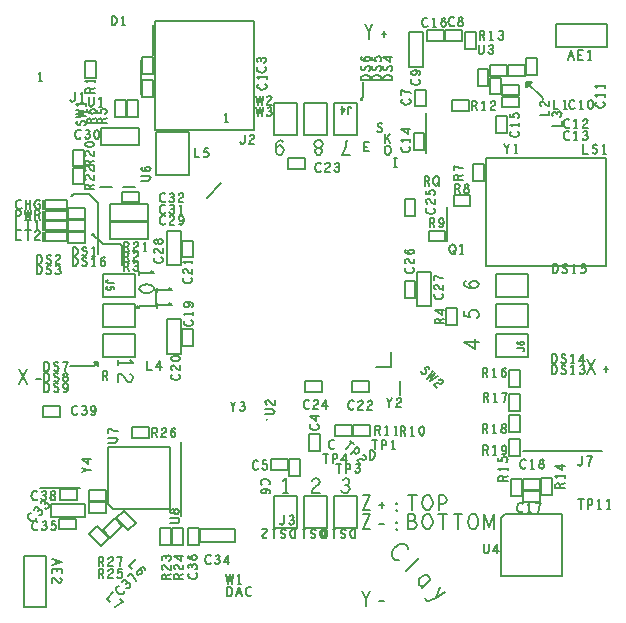
<source format=gto>
G04 ================== begin FILE IDENTIFICATION RECORD ==================*
G04 Layout Name:  E:/git/clay/Circuit/R6/allegro/CLAYR6.brd*
G04 Film Name:    SILK_TOP*
G04 File Format:  Gerber RS274X*
G04 File Origin:  Cadence Allegro 16.6-P004*
G04 Origin Date:  Sun Dec 13 23:06:28 2015*
G04 *
G04 Layer:  REF DES/SILKSCREEN_TOP*
G04 Layer:  PACKAGE GEOMETRY/SILKSCREEN_TOP*
G04 Layer:  BOARD GEOMETRY/SILKSCREEN_TOP*
G04 *
G04 Offset:    (0.00 0.00)*
G04 Mirror:    No*
G04 Mode:      Positive*
G04 Rotation:  0*
G04 FullContactRelief:  No*
G04 UndefLineWidth:     0.00*
G04 ================== end FILE IDENTIFICATION RECORD ====================*
%FSLAX25Y25*MOIN*%
%IR0*IPPOS*OFA0.00000B0.00000*MIA0B0*SFA1.00000B1.00000*%
%ADD10C,.005*%
%ADD11C,.006*%
G75*
%LPD*%
G75*
G36*
G01X-15813Y-34703D02*
G03I-389J0D01*
G37*
G54D10*
G01X-89600Y-80100D02*
Y-97300D01*
X-97200D01*
Y-80100D01*
X-89600D01*
G01X-76800Y-67300D02*
X-88200D01*
Y-62700D01*
X-76800D01*
Y-67300D01*
G01X-79700Y-71300D02*
X-85300D01*
Y-67700D01*
X-79700D01*
Y-71300D01*
G01X-91600Y-57450D02*
X-78400D01*
G01X-90650Y-30200D02*
X-85050D01*
Y-33800D01*
X-90650D01*
Y-30200D01*
G01X-90900Y35000D02*
Y32000D01*
G01X-90200Y35000D02*
X-82800D01*
Y32000D01*
X-90200D01*
Y35000D01*
G01X-90900Y28000D02*
Y25000D01*
G01X-90200Y28000D02*
X-82800D01*
Y25000D01*
X-90200D01*
Y28000D01*
G01X-90900Y31500D02*
Y28500D01*
G01X-90200Y31500D02*
X-82800D01*
Y28500D01*
X-90200D01*
Y31500D01*
G01X-90900Y38500D02*
Y35500D01*
G01X-90200Y38500D02*
X-82800D01*
Y35500D01*
X-90200D01*
Y38500D01*
G01X-72807Y-70247D02*
X-68847Y-74207D01*
X-71393Y-76753D01*
X-75353Y-72793D01*
X-72807Y-70247D01*
G01X-48400Y-43800D02*
X-69000D01*
Y-62800D01*
X-67400Y-64400D01*
X-48400D01*
Y-43800D01*
G01X-69700Y-65800D02*
X-75300D01*
Y-62200D01*
X-69700D01*
Y-65800D01*
G01X-75300Y-58200D02*
X-69700D01*
Y-61800D01*
X-75300D01*
Y-58200D01*
G01X-64347Y-70193D02*
X-68307Y-74153D01*
X-70853Y-71607D01*
X-66893Y-67647D01*
X-64347Y-70193D01*
G01X-79350Y-61500D02*
X-84950D01*
Y-57900D01*
X-79350D01*
Y-61500D01*
G01X-81900Y-16800D02*
X-73700D01*
X-72500Y-15600D01*
X-73600D01*
X-72500Y-16700D01*
Y-15600D01*
G01X-60200Y-13800D02*
Y-6200D01*
X-70800D01*
Y-13800D01*
X-60200D01*
G01Y-3800D02*
Y3800D01*
X-70800D01*
Y-3800D01*
X-60200D01*
G01X-72500Y20500D02*
Y37600D01*
X-75500Y40600D01*
X-80500D01*
X-81400Y39700D01*
Y39900D01*
G01X-60200Y6200D02*
Y13800D01*
X-70800D01*
Y6200D01*
X-60200D01*
G01X-64400Y16800D02*
Y23100D01*
X-65000Y23700D01*
X-70800D01*
X-74300Y27200D01*
Y26800D01*
X-73900Y27200D01*
X-74300D01*
G01X-82300Y35900D02*
X-76700D01*
Y32300D01*
X-82300D01*
Y35900D01*
G01Y31800D02*
X-76700D01*
Y28200D01*
X-82300D01*
Y31800D01*
G01Y27700D02*
X-76700D01*
Y24100D01*
X-82300D01*
Y27700D01*
G01X-81400Y39900D02*
Y40000D01*
X-81100Y39700D01*
X-81200D01*
G01D02*
X-81400D01*
G01X-67900Y42700D02*
X-71900D01*
G01X-80750Y43700D02*
Y49300D01*
X-77150D01*
Y43700D01*
X-80750D01*
G01Y49700D02*
Y55300D01*
X-77150D01*
Y49700D01*
X-80750D01*
G01X-71300Y56800D02*
Y62400D01*
X-58700D01*
Y56800D01*
X-71300D01*
G01X-76800Y79200D02*
Y84800D01*
X-73200D01*
Y79200D01*
X-76800D01*
G01X-62393Y-71553D02*
X-66353Y-67593D01*
X-63807Y-65047D01*
X-59847Y-69007D01*
X-62393Y-71553D01*
G01X-61000Y-37300D02*
X-55400D01*
Y-40900D01*
X-61000D01*
Y-37300D01*
G01X-53200Y8900D02*
Y3300D01*
X-53300Y3200D01*
X-58700D01*
X-59400Y2500D01*
Y3200D01*
X-58700Y2500D01*
X-59400D01*
G01X-68500Y31600D02*
Y37200D01*
X-55900D01*
Y31600D01*
X-68500D01*
G01Y25500D02*
Y31100D01*
X-55900D01*
Y25500D01*
X-68500D01*
G01X-58700Y37700D02*
X-64300D01*
Y41300D01*
X-58700D01*
Y37700D01*
G01X-42000Y61300D02*
Y46700D01*
X-53200D01*
Y61300D01*
X-42000D01*
G01X-60100Y42700D02*
X-64100D01*
G01X-53400Y61800D02*
X-20400D01*
Y98100D01*
X-53400D01*
Y61800D01*
G01X-66700Y66200D02*
Y71800D01*
X-63100D01*
Y66200D01*
X-66700D01*
G01X-62700D02*
Y71800D01*
X-59100D01*
Y66200D01*
X-62700D01*
G01X-58100Y73700D02*
Y85300D01*
G01X-57700Y72900D02*
Y78500D01*
X-54100D01*
Y72900D01*
X-57700D01*
G01X-54100Y86100D02*
Y80500D01*
X-57700D01*
Y86100D01*
X-54100D01*
G01Y86800D02*
Y97000D01*
G01X-38300Y-71000D02*
X-26900D01*
Y-75600D01*
X-38300D01*
Y-71000D01*
G01X-51600Y-76400D02*
Y-70800D01*
X-48000D01*
Y-76400D01*
X-51600D01*
G01X-47600D02*
Y-70800D01*
X-44000D01*
Y-76400D01*
X-47600D01*
G01X-38800Y-70800D02*
Y-76400D01*
X-42400D01*
Y-70800D01*
X-38800D01*
G01X-44800Y-42300D02*
Y-66700D01*
G01X-44900Y-1300D02*
Y-12700D01*
X-49500D01*
Y-1300D01*
X-44900D01*
G01X-40800Y-4500D02*
Y-10100D01*
X-44400D01*
Y-4500D01*
X-40800D01*
G01X-44900Y28300D02*
Y16900D01*
X-49500D01*
Y28300D01*
X-44900D01*
G01X-40800Y25000D02*
Y19400D01*
X-44400D01*
Y25000D01*
X-40800D01*
G01X-36100Y39300D02*
X-31300Y44100D01*
G01X3800Y-60200D02*
X-3800D01*
Y-70800D01*
X3800D01*
Y-60200D01*
G01X-6200D02*
X-13800D01*
Y-70800D01*
X-6200D01*
Y-60200D01*
G01X-14700Y-47800D02*
X-9100D01*
Y-51400D01*
X-14700D01*
Y-47800D01*
G01X-5100D02*
Y-53400D01*
X-8700D01*
Y-47800D01*
X-5100D01*
G01X-3400Y-21800D02*
X2200D01*
Y-25400D01*
X-3400D01*
Y-21800D01*
G01X-9100Y52400D02*
X-3500D01*
Y48800D01*
X-9100D01*
Y52400D01*
G01X-3800Y60200D02*
X3800D01*
Y70800D01*
X-3800D01*
Y60200D01*
G01X-13800D02*
X-6200D01*
Y70800D01*
X-13800D01*
Y60200D01*
G01X13800Y-60200D02*
X6200D01*
Y-70800D01*
X13800D01*
Y-60200D01*
G01X-2100Y-45200D02*
Y-39600D01*
X1500D01*
Y-45200D01*
X-2100D01*
G01X12200Y-40000D02*
X6600D01*
Y-36400D01*
X12200D01*
Y-40000D01*
G01X12600Y-36400D02*
X18200D01*
Y-40000D01*
X12600D01*
Y-36400D01*
G01X12300Y-21800D02*
X17900D01*
Y-25400D01*
X12300D01*
Y-21800D01*
G01X6200Y60200D02*
X13800D01*
Y70800D01*
X6200D01*
Y60200D01*
G01X28100Y-26400D02*
Y-21800D01*
G01X25100Y-12300D02*
Y-17100D01*
X20300D01*
G01X33400Y11400D02*
Y5800D01*
X29800D01*
Y11400D01*
X33400D01*
G01Y38800D02*
Y33200D01*
X29800D01*
Y38800D01*
X33400D01*
G01X15800Y77700D02*
Y72700D01*
X15100Y72000D01*
Y72400D01*
X15500Y72000D01*
X15100D01*
G01X38500Y14500D02*
Y3100D01*
X33900D01*
Y14500D01*
X38500D01*
G01X43500Y-3100D02*
Y2500D01*
X47100D01*
Y-3100D01*
X43500D01*
G01X46100Y40200D02*
X51700D01*
Y36600D01*
X46100D01*
Y40200D01*
G01X37800Y28300D02*
X43400D01*
Y24700D01*
X37800D01*
Y28300D01*
G01X44000Y24900D02*
Y36100D01*
G01X36950Y67350D02*
Y54150D01*
G01X45500Y71700D02*
X51100D01*
Y68100D01*
X45500D01*
Y71700D01*
G01X33200Y69700D02*
Y75300D01*
X36800D01*
Y69700D01*
X33200D01*
G01X32800Y55100D02*
Y60700D01*
X36400D01*
Y55100D01*
X32800D01*
G01X31200Y83000D02*
Y94400D01*
X35800D01*
Y83000D01*
X31200D01*
G01X43200Y95100D02*
X48800D01*
Y91500D01*
X43200D01*
Y95100D01*
G01X42800Y91500D02*
X37200D01*
Y95100D01*
X42800D01*
Y91500D01*
G01X61800Y-67500D02*
Y-86800D01*
X82400D01*
Y-66200D01*
X63100D01*
X61800Y-67500D01*
G01X60200Y-6200D02*
Y-13800D01*
X70800D01*
Y-6200D01*
X60200D01*
G01Y3800D02*
Y-3800D01*
X70800D01*
Y3800D01*
X60200D01*
G01X56800Y52500D02*
Y16500D01*
X96800D01*
Y52500D01*
X56800D01*
G01X60200Y13800D02*
Y6200D01*
X70800D01*
Y13800D01*
X60200D01*
G01X52700Y44800D02*
Y50400D01*
X56300D01*
Y44800D01*
X52700D01*
G01X63800Y66400D02*
Y60800D01*
X60200D01*
Y66400D01*
X63800D01*
G01X62200Y73000D02*
X67800D01*
Y69400D01*
X62200D01*
Y73000D01*
G01X61800Y79300D02*
Y73700D01*
X58200D01*
Y79300D01*
X61800D01*
G01X54100Y76600D02*
Y82200D01*
X57700D01*
Y76600D01*
X54100D01*
G01X58200Y83400D02*
X63800D01*
Y79800D01*
X58200D01*
Y83400D01*
G01X62200Y77000D02*
X67800D01*
Y73400D01*
X62200D01*
Y77000D01*
G01X53500Y94600D02*
Y89000D01*
X49900D01*
Y94600D01*
X53500D01*
G01X74900Y-62000D02*
X69300D01*
Y-58400D01*
X74900D01*
Y-62000D01*
G01X95700Y-45300D02*
X69300D01*
G01X64700Y-46800D02*
Y-41200D01*
X68300D01*
Y-46800D01*
X64700D01*
G01X79000Y-54200D02*
Y-59800D01*
X75400D01*
Y-54200D01*
X79000D01*
G01X68800Y-54400D02*
Y-60000D01*
X65200D01*
Y-54400D01*
X68800D01*
G01X74900Y-58000D02*
X69300D01*
Y-54400D01*
X74900D01*
Y-58000D01*
G01X68300Y-33200D02*
Y-38800D01*
X64700D01*
Y-33200D01*
X68300D01*
G01X64700Y-31800D02*
Y-26200D01*
X68300D01*
Y-31800D01*
X64700D01*
G01X68300Y-18200D02*
Y-23800D01*
X64700D01*
Y-18200D01*
X68300D01*
G01X75900Y72300D02*
Y72400D01*
X70400Y77900D01*
X72200D01*
X70500Y76200D01*
X70400Y76300D01*
Y77900D01*
G01X70200Y80300D02*
Y85900D01*
X73800D01*
Y80300D01*
X70200D01*
G01X64200Y83400D02*
X69800D01*
Y79800D01*
X64200D01*
Y83400D01*
G01X80100Y97200D02*
X97300D01*
Y89600D01*
X80100D01*
Y97200D01*
G54D11*
G01X-87600Y-81092D02*
X-84500Y-82050D01*
X-87600Y-83008D01*
G01X-86515Y-82663D02*
Y-81437D01*
G01X-87600Y-85917D02*
Y-84383D01*
X-84500D01*
Y-85917D01*
G01X-85998Y-85303D02*
Y-84383D01*
G01X-85017Y-87522D02*
X-84707Y-87752D01*
X-84552Y-88020D01*
X-84500Y-88327D01*
X-84603Y-88710D01*
X-84862Y-88978D01*
X-85172Y-89055D01*
X-85482Y-89017D01*
X-85740Y-88863D01*
X-86257Y-88097D01*
X-86618Y-87752D01*
X-87135Y-87522D01*
X-87600Y-87445D01*
Y-89055D01*
G01X-94800Y-65881D02*
X-95072Y-65934D01*
X-95335Y-66051D01*
X-95552Y-66268D01*
X-95686Y-66621D01*
X-95693Y-66994D01*
X-95609Y-67348D01*
X-95353Y-67822D01*
X-95051Y-68178D01*
X-94668Y-68453D01*
X-94367Y-68591D01*
X-93985Y-68647D01*
X-93650Y-68603D01*
X-93387Y-68487D01*
X-93197Y-68297D01*
X-93080Y-68034D01*
X-93027Y-67762D01*
X-93038Y-67480D01*
G01X-92230Y-66453D02*
X-91811Y-66546D01*
X-91448Y-66475D01*
X-91168Y-66268D01*
X-90987Y-66014D01*
X-90953Y-65615D01*
X-91037Y-65260D01*
X-91229Y-65014D01*
X-91539Y-64812D01*
X-91911Y-64819D01*
X-92174Y-64936D01*
X-92418Y-65180D01*
G01X-92174Y-64936D02*
X-92121Y-64664D01*
X-92168Y-64346D01*
X-92333Y-64072D01*
X-92607Y-63907D01*
X-92925Y-63860D01*
X-93278Y-63994D01*
X-93486Y-64275D01*
X-93584Y-64665D01*
G01X-90038Y-64261D02*
X-89619Y-64354D01*
X-89256Y-64283D01*
X-88976Y-64076D01*
X-88795Y-63822D01*
X-88761Y-63423D01*
X-88845Y-63068D01*
X-89037Y-62822D01*
X-89347Y-62620D01*
X-89719Y-62627D01*
X-89982Y-62744D01*
X-90226Y-62988D01*
G01X-89982Y-62744D02*
X-89929Y-62472D01*
X-89976Y-62154D01*
X-90141Y-61880D01*
X-90415Y-61715D01*
X-90733Y-61668D01*
X-91086Y-61802D01*
X-91294Y-62083D01*
X-91392Y-62473D01*
G01X-92807Y-58758D02*
X-93037Y-58603D01*
X-93305Y-58500D01*
X-93612D01*
X-93957Y-58655D01*
X-94225Y-58913D01*
X-94417Y-59223D01*
X-94570Y-59740D01*
X-94608Y-60205D01*
X-94532Y-60670D01*
X-94417Y-60980D01*
X-94187Y-61290D01*
X-93918Y-61497D01*
X-93650Y-61600D01*
X-93382D01*
X-93113Y-61497D01*
X-92883Y-61342D01*
X-92692Y-61135D01*
G01X-91393Y-60980D02*
X-91163Y-61342D01*
X-90857Y-61548D01*
X-90512Y-61600D01*
X-90205Y-61548D01*
X-89898Y-61290D01*
X-89707Y-60980D01*
X-89668Y-60670D01*
X-89745Y-60308D01*
X-90013Y-60050D01*
X-90282Y-59947D01*
X-90627D01*
G01X-90282D02*
X-90052Y-59792D01*
X-89860Y-59533D01*
X-89783Y-59223D01*
X-89860Y-58913D01*
X-90052Y-58655D01*
X-90397Y-58500D01*
X-90742Y-58552D01*
X-91087Y-58758D01*
G01X-87450Y-61600D02*
X-87182Y-61548D01*
X-86875Y-61393D01*
X-86683Y-61135D01*
X-86607Y-60773D01*
X-86683Y-60412D01*
X-86913Y-60102D01*
X-87258Y-59947D01*
X-87642D01*
X-87872Y-59843D01*
X-88063Y-59585D01*
X-88140Y-59223D01*
X-88025Y-58862D01*
X-87757Y-58603D01*
X-87450Y-58500D01*
X-87143Y-58603D01*
X-86875Y-58862D01*
X-86760Y-59223D01*
X-86837Y-59585D01*
X-87028Y-59843D01*
X-87258Y-59947D01*
X-87642D01*
X-87987Y-60102D01*
X-88217Y-60412D01*
X-88293Y-60773D01*
X-88217Y-61135D01*
X-88025Y-61393D01*
X-87718Y-61548D01*
X-87450Y-61600D01*
G01X-92607Y-68758D02*
X-92837Y-68603D01*
X-93105Y-68500D01*
X-93412D01*
X-93757Y-68655D01*
X-94025Y-68913D01*
X-94217Y-69223D01*
X-94370Y-69740D01*
X-94408Y-70205D01*
X-94332Y-70670D01*
X-94217Y-70980D01*
X-93987Y-71290D01*
X-93718Y-71497D01*
X-93450Y-71600D01*
X-93182D01*
X-92913Y-71497D01*
X-92683Y-71342D01*
X-92492Y-71135D01*
G01X-91193Y-70980D02*
X-90963Y-71342D01*
X-90657Y-71548D01*
X-90312Y-71600D01*
X-90005Y-71548D01*
X-89698Y-71290D01*
X-89507Y-70980D01*
X-89468Y-70670D01*
X-89545Y-70308D01*
X-89813Y-70050D01*
X-90082Y-69947D01*
X-90427D01*
G01X-90082D02*
X-89852Y-69792D01*
X-89660Y-69533D01*
X-89583Y-69223D01*
X-89660Y-68913D01*
X-89852Y-68655D01*
X-90197Y-68500D01*
X-90542Y-68552D01*
X-90887Y-68758D01*
G01X-88093Y-71135D02*
X-87863Y-71393D01*
X-87595Y-71548D01*
X-87250Y-71600D01*
X-86905Y-71497D01*
X-86637Y-71290D01*
X-86445Y-70928D01*
X-86407Y-70515D01*
X-86483Y-70102D01*
X-86675Y-69843D01*
X-86943Y-69637D01*
X-87212Y-69585D01*
X-87480Y-69637D01*
X-87825Y-69843D01*
X-87710Y-68500D01*
X-86675D01*
G01X-98830Y-22700D02*
X-96170Y-17700D01*
G01X-98830D02*
X-96170Y-22700D01*
G01X-93223Y-21033D02*
X-91577D01*
G01X-90293Y-18500D02*
Y-15400D01*
X-89527D01*
X-89220Y-15555D01*
X-88990Y-15762D01*
X-88798Y-16072D01*
X-88645Y-16433D01*
X-88607Y-16950D01*
X-88645Y-17467D01*
X-88798Y-17828D01*
X-88990Y-18138D01*
X-89220Y-18345D01*
X-89527Y-18500D01*
X-90293D01*
G01X-87155Y-18087D02*
X-86848Y-18345D01*
X-86503Y-18500D01*
X-86197D01*
X-85890Y-18345D01*
X-85660Y-18087D01*
X-85545Y-17725D01*
X-85622Y-17363D01*
X-85813Y-17053D01*
X-86158Y-16847D01*
X-86618Y-16743D01*
X-86887Y-16537D01*
X-87002Y-16175D01*
X-86925Y-15813D01*
X-86733Y-15555D01*
X-86465Y-15400D01*
X-86197D01*
X-85928Y-15503D01*
X-85698Y-15762D01*
G01X-83327Y-18500D02*
X-83250Y-17828D01*
X-83135Y-17260D01*
X-82982Y-16743D01*
X-82790Y-16175D01*
X-82483Y-15400D01*
X-84017D01*
G01X-90293Y-22100D02*
Y-19000D01*
X-89527D01*
X-89220Y-19155D01*
X-88990Y-19362D01*
X-88798Y-19672D01*
X-88645Y-20033D01*
X-88607Y-20550D01*
X-88645Y-21067D01*
X-88798Y-21428D01*
X-88990Y-21738D01*
X-89220Y-21945D01*
X-89527Y-22100D01*
X-90293D01*
G01X-87155Y-21687D02*
X-86848Y-21945D01*
X-86503Y-22100D01*
X-86197D01*
X-85890Y-21945D01*
X-85660Y-21687D01*
X-85545Y-21325D01*
X-85622Y-20963D01*
X-85813Y-20653D01*
X-86158Y-20447D01*
X-86618Y-20343D01*
X-86887Y-20137D01*
X-87002Y-19775D01*
X-86925Y-19413D01*
X-86733Y-19155D01*
X-86465Y-19000D01*
X-86197D01*
X-85928Y-19103D01*
X-85698Y-19362D01*
G01X-83250Y-22100D02*
X-82982Y-22048D01*
X-82675Y-21893D01*
X-82483Y-21635D01*
X-82407Y-21273D01*
X-82483Y-20912D01*
X-82713Y-20602D01*
X-83058Y-20447D01*
X-83442D01*
X-83672Y-20343D01*
X-83863Y-20085D01*
X-83940Y-19723D01*
X-83825Y-19362D01*
X-83557Y-19103D01*
X-83250Y-19000D01*
X-82943Y-19103D01*
X-82675Y-19362D01*
X-82560Y-19723D01*
X-82637Y-20085D01*
X-82828Y-20343D01*
X-83058Y-20447D01*
X-83442D01*
X-83787Y-20602D01*
X-84017Y-20912D01*
X-84093Y-21273D01*
X-84017Y-21635D01*
X-83825Y-21893D01*
X-83518Y-22048D01*
X-83250Y-22100D01*
G01X-90293Y-25600D02*
Y-22500D01*
X-89527D01*
X-89220Y-22655D01*
X-88990Y-22862D01*
X-88798Y-23172D01*
X-88645Y-23533D01*
X-88607Y-24050D01*
X-88645Y-24567D01*
X-88798Y-24928D01*
X-88990Y-25238D01*
X-89220Y-25445D01*
X-89527Y-25600D01*
X-90293D01*
G01X-87155Y-25187D02*
X-86848Y-25445D01*
X-86503Y-25600D01*
X-86197D01*
X-85890Y-25445D01*
X-85660Y-25187D01*
X-85545Y-24825D01*
X-85622Y-24463D01*
X-85813Y-24153D01*
X-86158Y-23947D01*
X-86618Y-23843D01*
X-86887Y-23637D01*
X-87002Y-23275D01*
X-86925Y-22913D01*
X-86733Y-22655D01*
X-86465Y-22500D01*
X-86197D01*
X-85928Y-22603D01*
X-85698Y-22862D01*
G01X-83902Y-25238D02*
X-83633Y-25497D01*
X-83327Y-25600D01*
X-83020Y-25497D01*
X-82752Y-25187D01*
X-82560Y-24722D01*
X-82483Y-24257D01*
Y-23688D01*
X-82560Y-23223D01*
X-82752Y-22810D01*
X-82982Y-22603D01*
X-83250Y-22500D01*
X-83557Y-22603D01*
X-83787Y-22810D01*
X-83940Y-23120D01*
X-84017Y-23533D01*
X-83940Y-23895D01*
X-83748Y-24257D01*
X-83518Y-24463D01*
X-83250Y-24515D01*
X-82943Y-24412D01*
X-82713Y-24153D01*
X-82483Y-23688D01*
G01X-92793Y13700D02*
Y16800D01*
X-92027D01*
X-91720Y16645D01*
X-91490Y16438D01*
X-91298Y16128D01*
X-91145Y15767D01*
X-91107Y15250D01*
X-91145Y14733D01*
X-91298Y14372D01*
X-91490Y14062D01*
X-91720Y13855D01*
X-92027Y13700D01*
X-92793D01*
G01X-89655Y14113D02*
X-89348Y13855D01*
X-89003Y13700D01*
X-88697D01*
X-88390Y13855D01*
X-88160Y14113D01*
X-88045Y14475D01*
X-88122Y14837D01*
X-88313Y15147D01*
X-88658Y15353D01*
X-89118Y15457D01*
X-89387Y15663D01*
X-89502Y16025D01*
X-89425Y16387D01*
X-89233Y16645D01*
X-88965Y16800D01*
X-88697D01*
X-88428Y16697D01*
X-88198Y16438D01*
G01X-86593Y14320D02*
X-86363Y13958D01*
X-86057Y13752D01*
X-85712Y13700D01*
X-85405Y13752D01*
X-85098Y14010D01*
X-84907Y14320D01*
X-84868Y14630D01*
X-84945Y14992D01*
X-85213Y15250D01*
X-85482Y15353D01*
X-85827D01*
G01X-85482D02*
X-85252Y15508D01*
X-85060Y15767D01*
X-84983Y16077D01*
X-85060Y16387D01*
X-85252Y16645D01*
X-85597Y16800D01*
X-85942Y16748D01*
X-86287Y16542D01*
G01X-92793Y17200D02*
Y20300D01*
X-92027D01*
X-91720Y20145D01*
X-91490Y19938D01*
X-91298Y19628D01*
X-91145Y19267D01*
X-91107Y18750D01*
X-91145Y18233D01*
X-91298Y17872D01*
X-91490Y17562D01*
X-91720Y17355D01*
X-92027Y17200D01*
X-92793D01*
G01X-89655Y17613D02*
X-89348Y17355D01*
X-89003Y17200D01*
X-88697D01*
X-88390Y17355D01*
X-88160Y17613D01*
X-88045Y17975D01*
X-88122Y18337D01*
X-88313Y18647D01*
X-88658Y18853D01*
X-89118Y18957D01*
X-89387Y19163D01*
X-89502Y19525D01*
X-89425Y19887D01*
X-89233Y20145D01*
X-88965Y20300D01*
X-88697D01*
X-88428Y20197D01*
X-88198Y19938D01*
G01X-86478Y19783D02*
X-86248Y20093D01*
X-85980Y20248D01*
X-85673Y20300D01*
X-85290Y20197D01*
X-85022Y19938D01*
X-84945Y19628D01*
X-84983Y19318D01*
X-85137Y19060D01*
X-85903Y18543D01*
X-86248Y18182D01*
X-86478Y17665D01*
X-86555Y17200D01*
X-84945D01*
G01X-98007Y38342D02*
X-98237Y38497D01*
X-98505Y38600D01*
X-98812D01*
X-99157Y38445D01*
X-99425Y38187D01*
X-99617Y37877D01*
X-99770Y37360D01*
X-99808Y36895D01*
X-99732Y36430D01*
X-99617Y36120D01*
X-99387Y35810D01*
X-99118Y35603D01*
X-98850Y35500D01*
X-98582D01*
X-98313Y35603D01*
X-98083Y35758D01*
X-97892Y35965D01*
G01X-96555Y35500D02*
Y38600D01*
G01X-94945D02*
Y35500D01*
G01Y37050D02*
X-96555D01*
G01X-92420D02*
X-91653D01*
Y36120D01*
X-91883Y35810D01*
X-92152Y35603D01*
X-92535Y35500D01*
X-92918Y35603D01*
X-93187Y35810D01*
X-93417Y36120D01*
X-93570Y36482D01*
X-93647Y36895D01*
Y37257D01*
X-93570Y37567D01*
X-93417Y37928D01*
X-93187Y38238D01*
X-92957Y38445D01*
X-92650Y38600D01*
X-92382D01*
X-92075Y38497D01*
X-91845Y38290D01*
G01X-99617Y32000D02*
Y35100D01*
X-98697D01*
X-98390Y34945D01*
X-98160Y34583D01*
X-98083Y34170D01*
X-98160Y33757D01*
X-98352Y33447D01*
X-98697Y33292D01*
X-99617D01*
G01X-96900Y35100D02*
X-96363Y32000D01*
X-95750Y35100D01*
X-95137Y32000D01*
X-94600Y35100D01*
G01X-93417Y32000D02*
Y35100D01*
X-92458D01*
X-92152Y34945D01*
X-91960Y34738D01*
X-91883Y34325D01*
X-91960Y33912D01*
X-92190Y33653D01*
X-92458Y33498D01*
X-93417D01*
G01X-92458D02*
X-91883Y32000D01*
G01X-99617Y31700D02*
Y28600D01*
X-98083D01*
G01X-95750Y31700D02*
Y28600D01*
G01X-96632Y31700D02*
X-94868D01*
G01X-92650Y28600D02*
Y31700D01*
X-93110Y31080D01*
G01Y28600D02*
X-92190D01*
G01X-99617Y28400D02*
Y25300D01*
X-98083D01*
G01X-95750Y28400D02*
Y25300D01*
G01X-96632Y28400D02*
X-94868D01*
G01X-93378Y27883D02*
X-93148Y28193D01*
X-92880Y28348D01*
X-92573Y28400D01*
X-92190Y28297D01*
X-91922Y28038D01*
X-91845Y27728D01*
X-91883Y27418D01*
X-92037Y27160D01*
X-92803Y26643D01*
X-93148Y26282D01*
X-93378Y25765D01*
X-93455Y25300D01*
X-91845D01*
G01X-91650Y78050D02*
Y81150D01*
X-92110Y80530D01*
G01Y78050D02*
X-91190D01*
G01X-67337Y-92279D02*
X-69529Y-94471D01*
X-68445Y-95555D01*
G01X-66849Y-97151D02*
X-66320Y-96730D01*
X-65837Y-96410D01*
X-65363Y-96153D01*
X-64826Y-95886D01*
X-64061Y-95555D01*
X-65145Y-94471D01*
G01X-72117Y-87600D02*
Y-84500D01*
X-71158D01*
X-70852Y-84655D01*
X-70660Y-84862D01*
X-70583Y-85275D01*
X-70660Y-85688D01*
X-70890Y-85947D01*
X-71158Y-86102D01*
X-72117D01*
G01X-71158D02*
X-70583Y-87600D01*
G01X-68978Y-85017D02*
X-68748Y-84707D01*
X-68480Y-84552D01*
X-68173Y-84500D01*
X-67790Y-84603D01*
X-67522Y-84862D01*
X-67445Y-85172D01*
X-67483Y-85482D01*
X-67637Y-85740D01*
X-68403Y-86257D01*
X-68748Y-86618D01*
X-68978Y-87135D01*
X-69055Y-87600D01*
X-67445D01*
G01X-65993Y-87135D02*
X-65763Y-87393D01*
X-65495Y-87548D01*
X-65150Y-87600D01*
X-64805Y-87497D01*
X-64537Y-87290D01*
X-64345Y-86928D01*
X-64307Y-86515D01*
X-64383Y-86102D01*
X-64575Y-85843D01*
X-64843Y-85637D01*
X-65112Y-85585D01*
X-65380Y-85637D01*
X-65725Y-85843D01*
X-65610Y-84500D01*
X-64575D01*
G01X-72117Y-83600D02*
Y-80500D01*
X-71158D01*
X-70852Y-80655D01*
X-70660Y-80862D01*
X-70583Y-81275D01*
X-70660Y-81688D01*
X-70890Y-81947D01*
X-71158Y-82102D01*
X-72117D01*
G01X-71158D02*
X-70583Y-83600D01*
G01X-68978Y-81017D02*
X-68748Y-80707D01*
X-68480Y-80552D01*
X-68173Y-80500D01*
X-67790Y-80603D01*
X-67522Y-80862D01*
X-67445Y-81172D01*
X-67483Y-81482D01*
X-67637Y-81740D01*
X-68403Y-82257D01*
X-68748Y-82618D01*
X-68978Y-83135D01*
X-69055Y-83600D01*
X-67445D01*
G01X-65227D02*
X-65150Y-82928D01*
X-65035Y-82360D01*
X-64882Y-81843D01*
X-64690Y-81275D01*
X-64383Y-80500D01*
X-65917D01*
G01X-74800Y-51550D02*
X-76195D01*
X-77900Y-52317D01*
G01Y-50783D02*
X-76195Y-51550D01*
G01X-74800Y-47990D02*
X-77900D01*
X-75678Y-49408D01*
Y-47492D01*
G01X-69000Y-42393D02*
X-66778D01*
X-66313Y-42240D01*
X-66003Y-41933D01*
X-65900Y-41550D01*
X-66003Y-41167D01*
X-66313Y-40860D01*
X-66778Y-40707D01*
X-69000D01*
G01X-65900Y-38527D02*
X-66572Y-38450D01*
X-67140Y-38335D01*
X-67657Y-38182D01*
X-68225Y-37990D01*
X-69000Y-37683D01*
Y-39217D01*
G01X-79307Y-30258D02*
X-79537Y-30103D01*
X-79805Y-30000D01*
X-80112D01*
X-80457Y-30155D01*
X-80725Y-30413D01*
X-80917Y-30723D01*
X-81070Y-31240D01*
X-81108Y-31705D01*
X-81032Y-32170D01*
X-80917Y-32480D01*
X-80687Y-32790D01*
X-80418Y-32997D01*
X-80150Y-33100D01*
X-79882D01*
X-79613Y-32997D01*
X-79383Y-32842D01*
X-79192Y-32635D01*
G01X-77893Y-32480D02*
X-77663Y-32842D01*
X-77357Y-33048D01*
X-77012Y-33100D01*
X-76705Y-33048D01*
X-76398Y-32790D01*
X-76207Y-32480D01*
X-76168Y-32170D01*
X-76245Y-31808D01*
X-76513Y-31550D01*
X-76782Y-31447D01*
X-77127D01*
G01X-76782D02*
X-76552Y-31292D01*
X-76360Y-31033D01*
X-76283Y-30723D01*
X-76360Y-30413D01*
X-76552Y-30155D01*
X-76897Y-30000D01*
X-77242Y-30052D01*
X-77587Y-30258D01*
G01X-74602Y-32738D02*
X-74333Y-32997D01*
X-74027Y-33100D01*
X-73720Y-32997D01*
X-73452Y-32687D01*
X-73260Y-32222D01*
X-73183Y-31757D01*
Y-31188D01*
X-73260Y-30723D01*
X-73452Y-30310D01*
X-73682Y-30103D01*
X-73950Y-30000D01*
X-74257Y-30103D01*
X-74487Y-30310D01*
X-74640Y-30620D01*
X-74717Y-31033D01*
X-74640Y-31395D01*
X-74448Y-31757D01*
X-74218Y-31963D01*
X-73950Y-32015D01*
X-73643Y-31912D01*
X-73413Y-31653D01*
X-73183Y-31188D01*
G01X-70817Y-21600D02*
Y-18500D01*
X-69858D01*
X-69552Y-18655D01*
X-69360Y-18862D01*
X-69283Y-19275D01*
X-69360Y-19688D01*
X-69590Y-19947D01*
X-69858Y-20102D01*
X-70817D01*
G01X-69858D02*
X-69283Y-21600D01*
G01X-80893Y16400D02*
Y19500D01*
X-80127D01*
X-79820Y19345D01*
X-79590Y19138D01*
X-79398Y18828D01*
X-79245Y18467D01*
X-79207Y17950D01*
X-79245Y17433D01*
X-79398Y17072D01*
X-79590Y16762D01*
X-79820Y16555D01*
X-80127Y16400D01*
X-80893D01*
G01X-77755Y16813D02*
X-77448Y16555D01*
X-77103Y16400D01*
X-76797D01*
X-76490Y16555D01*
X-76260Y16813D01*
X-76145Y17175D01*
X-76222Y17537D01*
X-76413Y17847D01*
X-76758Y18053D01*
X-77218Y18157D01*
X-77487Y18363D01*
X-77602Y18725D01*
X-77525Y19087D01*
X-77333Y19345D01*
X-77065Y19500D01*
X-76797D01*
X-76528Y19397D01*
X-76298Y19138D01*
G01X-73850Y16400D02*
Y19500D01*
X-74310Y18880D01*
G01Y16400D02*
X-73390D01*
G01X-71478Y17692D02*
X-71210Y18053D01*
X-70980Y18260D01*
X-70673Y18363D01*
X-70405Y18260D01*
X-70213Y18053D01*
X-70060Y17743D01*
X-70022Y17382D01*
X-70060Y17072D01*
X-70213Y16762D01*
X-70443Y16503D01*
X-70712Y16400D01*
X-71018Y16503D01*
X-71287Y16813D01*
X-71440Y17278D01*
X-71478Y17795D01*
X-71402Y18467D01*
X-71287Y18828D01*
X-71095Y19190D01*
X-70827Y19448D01*
X-70558Y19500D01*
X-70290Y19397D01*
X-70098Y19138D01*
G01X-80893Y19900D02*
Y23000D01*
X-80127D01*
X-79820Y22845D01*
X-79590Y22638D01*
X-79398Y22328D01*
X-79245Y21967D01*
X-79207Y21450D01*
X-79245Y20933D01*
X-79398Y20572D01*
X-79590Y20262D01*
X-79820Y20055D01*
X-80127Y19900D01*
X-80893D01*
G01X-77755Y20313D02*
X-77448Y20055D01*
X-77103Y19900D01*
X-76797D01*
X-76490Y20055D01*
X-76260Y20313D01*
X-76145Y20675D01*
X-76222Y21037D01*
X-76413Y21347D01*
X-76758Y21553D01*
X-77218Y21657D01*
X-77487Y21863D01*
X-77602Y22225D01*
X-77525Y22587D01*
X-77333Y22845D01*
X-77065Y23000D01*
X-76797D01*
X-76528Y22897D01*
X-76298Y22638D01*
G01X-73850Y19900D02*
Y23000D01*
X-74310Y22380D01*
G01Y19900D02*
X-73390D01*
G01X-69200Y11933D02*
X-69450Y11800D01*
X-69617Y11640D01*
X-69700Y11453D01*
X-69617Y11240D01*
X-69450Y11080D01*
X-69200Y10920D01*
X-68867Y10867D01*
X-67200D01*
G01X-69325Y9787D02*
X-69533Y9627D01*
X-69658Y9440D01*
X-69700Y9200D01*
X-69617Y8960D01*
X-69450Y8773D01*
X-69158Y8640D01*
X-68825Y8613D01*
X-68492Y8667D01*
X-68283Y8800D01*
X-68117Y8987D01*
X-68075Y9173D01*
X-68117Y9360D01*
X-68283Y9600D01*
X-67200Y9520D01*
Y8800D01*
G01X-73700Y42083D02*
X-76800D01*
Y43042D01*
X-76645Y43348D01*
X-76438Y43540D01*
X-76025Y43617D01*
X-75612Y43540D01*
X-75353Y43310D01*
X-75198Y43042D01*
Y42083D01*
G01Y43042D02*
X-73700Y43617D01*
G01X-76283Y45222D02*
X-76593Y45452D01*
X-76748Y45720D01*
X-76800Y46027D01*
X-76697Y46410D01*
X-76438Y46678D01*
X-76128Y46755D01*
X-75818Y46717D01*
X-75560Y46563D01*
X-75043Y45797D01*
X-74682Y45452D01*
X-74165Y45222D01*
X-73700Y45145D01*
Y46755D01*
G01X-76283Y48322D02*
X-76593Y48552D01*
X-76748Y48820D01*
X-76800Y49127D01*
X-76697Y49510D01*
X-76438Y49778D01*
X-76128Y49855D01*
X-75818Y49817D01*
X-75560Y49663D01*
X-75043Y48897D01*
X-74682Y48552D01*
X-74165Y48322D01*
X-73700Y48245D01*
Y49855D01*
G01Y50083D02*
X-76800D01*
Y51042D01*
X-76645Y51348D01*
X-76438Y51540D01*
X-76025Y51617D01*
X-75612Y51540D01*
X-75353Y51310D01*
X-75198Y51042D01*
Y50083D01*
G01Y51042D02*
X-73700Y51617D01*
G01X-76283Y53222D02*
X-76593Y53452D01*
X-76748Y53720D01*
X-76800Y54027D01*
X-76697Y54410D01*
X-76438Y54678D01*
X-76128Y54755D01*
X-75818Y54717D01*
X-75560Y54563D01*
X-75043Y53797D01*
X-74682Y53452D01*
X-74165Y53222D01*
X-73700Y53145D01*
Y54755D01*
G01X-76800Y57050D02*
X-76697Y56743D01*
X-76438Y56513D01*
X-76128Y56360D01*
X-75715Y56245D01*
X-75250Y56207D01*
X-74785Y56245D01*
X-74372Y56360D01*
X-74062Y56513D01*
X-73803Y56743D01*
X-73700Y57050D01*
X-73803Y57357D01*
X-74062Y57587D01*
X-74372Y57740D01*
X-74785Y57855D01*
X-75250Y57893D01*
X-75715Y57855D01*
X-76128Y57740D01*
X-76438Y57587D01*
X-76697Y57357D01*
X-76800Y57050D01*
G01X-81617Y71920D02*
X-81425Y71610D01*
X-81195Y71403D01*
X-80927Y71300D01*
X-80620Y71403D01*
X-80390Y71610D01*
X-80160Y71920D01*
X-80083Y72333D01*
Y74400D01*
G01X-77750Y71300D02*
Y74400D01*
X-78210Y73780D01*
G01Y71300D02*
X-77290D01*
G01X-78207Y61742D02*
X-78437Y61897D01*
X-78705Y62000D01*
X-79012D01*
X-79357Y61845D01*
X-79625Y61587D01*
X-79817Y61277D01*
X-79970Y60760D01*
X-80008Y60295D01*
X-79932Y59830D01*
X-79817Y59520D01*
X-79587Y59210D01*
X-79318Y59003D01*
X-79050Y58900D01*
X-78782D01*
X-78513Y59003D01*
X-78283Y59158D01*
X-78092Y59365D01*
G01X-76793Y59520D02*
X-76563Y59158D01*
X-76257Y58952D01*
X-75912Y58900D01*
X-75605Y58952D01*
X-75298Y59210D01*
X-75107Y59520D01*
X-75068Y59830D01*
X-75145Y60192D01*
X-75413Y60450D01*
X-75682Y60553D01*
X-76027D01*
G01X-75682D02*
X-75452Y60708D01*
X-75260Y60967D01*
X-75183Y61277D01*
X-75260Y61587D01*
X-75452Y61845D01*
X-75797Y62000D01*
X-76142Y61948D01*
X-76487Y61742D01*
G01X-72850Y62000D02*
X-73157Y61897D01*
X-73387Y61638D01*
X-73540Y61328D01*
X-73655Y60915D01*
X-73693Y60450D01*
X-73655Y59985D01*
X-73540Y59572D01*
X-73387Y59262D01*
X-73157Y59003D01*
X-72850Y58900D01*
X-72543Y59003D01*
X-72313Y59262D01*
X-72160Y59572D01*
X-72045Y59985D01*
X-72007Y60450D01*
X-72045Y60915D01*
X-72160Y61328D01*
X-72313Y61638D01*
X-72543Y61897D01*
X-72850Y62000D01*
G01X-76913Y63345D02*
X-76655Y63652D01*
X-76500Y63997D01*
Y64303D01*
X-76655Y64610D01*
X-76913Y64840D01*
X-77275Y64955D01*
X-77637Y64878D01*
X-77947Y64687D01*
X-78153Y64342D01*
X-78257Y63882D01*
X-78463Y63613D01*
X-78825Y63498D01*
X-79187Y63575D01*
X-79445Y63767D01*
X-79600Y64035D01*
Y64303D01*
X-79497Y64572D01*
X-79238Y64802D01*
G01X-79600Y66100D02*
X-76500Y66637D01*
X-79600Y67250D01*
X-76500Y67863D01*
X-79600Y68400D01*
G01X-76500Y70350D02*
X-79600D01*
X-78980Y69890D01*
G01X-76500D02*
Y70810D01*
G01X-73100Y64183D02*
X-76200D01*
Y65142D01*
X-76045Y65448D01*
X-75838Y65640D01*
X-75425Y65717D01*
X-75012Y65640D01*
X-74753Y65410D01*
X-74598Y65142D01*
Y64183D01*
G01Y65142D02*
X-73100Y65717D01*
G01X-74392Y67322D02*
X-74753Y67590D01*
X-74960Y67820D01*
X-75063Y68127D01*
X-74960Y68395D01*
X-74753Y68587D01*
X-74443Y68740D01*
X-74082Y68778D01*
X-73772Y68740D01*
X-73462Y68587D01*
X-73203Y68357D01*
X-73100Y68088D01*
X-73203Y67782D01*
X-73513Y67513D01*
X-73978Y67360D01*
X-74495Y67322D01*
X-75167Y67398D01*
X-75528Y67513D01*
X-75890Y67705D01*
X-76148Y67973D01*
X-76200Y68242D01*
X-76097Y68510D01*
X-75838Y68702D01*
G01X-69500Y64183D02*
X-72600D01*
Y65142D01*
X-72445Y65448D01*
X-72238Y65640D01*
X-71825Y65717D01*
X-71412Y65640D01*
X-71153Y65410D01*
X-70998Y65142D01*
Y64183D01*
G01Y65142D02*
X-69500Y65717D01*
G01X-69965Y67207D02*
X-69707Y67437D01*
X-69552Y67705D01*
X-69500Y68050D01*
X-69603Y68395D01*
X-69810Y68663D01*
X-70172Y68855D01*
X-70585Y68893D01*
X-70998Y68817D01*
X-71257Y68625D01*
X-71463Y68357D01*
X-71515Y68088D01*
X-71463Y67820D01*
X-71257Y67475D01*
X-72600Y67590D01*
Y68625D01*
G01X-75493Y72700D02*
Y70478D01*
X-75340Y70013D01*
X-75033Y69703D01*
X-74650Y69600D01*
X-74267Y69703D01*
X-73960Y70013D01*
X-73807Y70478D01*
Y72700D01*
G01X-71550Y69600D02*
Y72700D01*
X-72010Y72080D01*
G01Y69600D02*
X-71090D01*
G01X-73500Y74283D02*
X-76600D01*
Y75242D01*
X-76445Y75548D01*
X-76238Y75740D01*
X-75825Y75817D01*
X-75412Y75740D01*
X-75153Y75510D01*
X-74998Y75242D01*
Y74283D01*
G01Y75242D02*
X-73500Y75817D01*
G01Y78150D02*
X-76600D01*
X-75980Y77690D01*
G01X-73500D02*
Y78610D01*
G01X-65500Y-90181D02*
X-65772Y-90234D01*
X-66035Y-90351D01*
X-66252Y-90568D01*
X-66386Y-90921D01*
X-66393Y-91294D01*
X-66309Y-91648D01*
X-66053Y-92122D01*
X-65751Y-92478D01*
X-65368Y-92753D01*
X-65067Y-92891D01*
X-64685Y-92947D01*
X-64350Y-92903D01*
X-64087Y-92787D01*
X-63897Y-92597D01*
X-63780Y-92334D01*
X-63727Y-92062D01*
X-63738Y-91780D01*
G01X-62930Y-90753D02*
X-62511Y-90846D01*
X-62148Y-90775D01*
X-61868Y-90568D01*
X-61687Y-90314D01*
X-61653Y-89915D01*
X-61737Y-89560D01*
X-61929Y-89314D01*
X-62239Y-89112D01*
X-62611Y-89119D01*
X-62874Y-89236D01*
X-63118Y-89480D01*
G01X-62874Y-89236D02*
X-62821Y-88964D01*
X-62868Y-88646D01*
X-63033Y-88372D01*
X-63307Y-88207D01*
X-63625Y-88160D01*
X-63978Y-88294D01*
X-64186Y-88575D01*
X-64284Y-88965D01*
G01X-59757Y-88457D02*
X-60178Y-87928D01*
X-60498Y-87445D01*
X-60755Y-86971D01*
X-61022Y-86434D01*
X-61353Y-85669D01*
X-62437Y-86753D01*
G01X-59837Y-81279D02*
X-62029Y-83471D01*
X-60945Y-84555D01*
G01X-58897Y-84777D02*
X-58451Y-84711D01*
X-58142Y-84727D01*
X-57852Y-84871D01*
X-57736Y-85134D01*
X-57746Y-85416D01*
X-57857Y-85743D01*
X-58086Y-86026D01*
X-58332Y-86218D01*
X-58660Y-86329D01*
X-59005Y-86349D01*
X-59268Y-86232D01*
X-59411Y-85942D01*
X-59382Y-85533D01*
X-59162Y-85096D01*
X-58823Y-84704D01*
X-58294Y-84283D01*
X-57957Y-84109D01*
X-57566Y-83988D01*
X-57194Y-83995D01*
X-56967Y-84149D01*
X-56851Y-84411D01*
X-56898Y-84730D01*
G01X-54317Y-40600D02*
Y-37500D01*
X-53358D01*
X-53052Y-37655D01*
X-52860Y-37862D01*
X-52783Y-38275D01*
X-52860Y-38688D01*
X-53090Y-38947D01*
X-53358Y-39102D01*
X-54317D01*
G01X-53358D02*
X-52783Y-40600D01*
G01X-51178Y-38017D02*
X-50948Y-37707D01*
X-50680Y-37552D01*
X-50373Y-37500D01*
X-49990Y-37603D01*
X-49722Y-37862D01*
X-49645Y-38172D01*
X-49683Y-38482D01*
X-49837Y-38740D01*
X-50603Y-39257D01*
X-50948Y-39618D01*
X-51178Y-40135D01*
X-51255Y-40600D01*
X-49645D01*
G01X-48078Y-39308D02*
X-47810Y-38947D01*
X-47580Y-38740D01*
X-47273Y-38637D01*
X-47005Y-38740D01*
X-46813Y-38947D01*
X-46660Y-39257D01*
X-46622Y-39618D01*
X-46660Y-39928D01*
X-46813Y-40238D01*
X-47043Y-40497D01*
X-47312Y-40600D01*
X-47618Y-40497D01*
X-47887Y-40187D01*
X-48040Y-39722D01*
X-48078Y-39205D01*
X-48002Y-38533D01*
X-47887Y-38172D01*
X-47695Y-37810D01*
X-47427Y-37552D01*
X-47158Y-37500D01*
X-46890Y-37603D01*
X-46698Y-37862D01*
G01X-65800Y-15700D02*
X-60800D01*
X-61800Y-14940D01*
G01X-65800D02*
Y-16460D01*
G01X-61633Y-19597D02*
X-61133Y-19977D01*
X-60883Y-20420D01*
X-60800Y-20927D01*
X-60967Y-21560D01*
X-61383Y-22003D01*
X-61883Y-22130D01*
X-62383Y-22067D01*
X-62800Y-21813D01*
X-63633Y-20547D01*
X-64217Y-19977D01*
X-65050Y-19597D01*
X-65800Y-19470D01*
Y-22130D01*
G01X-55917Y-15100D02*
Y-18200D01*
X-54383D01*
G01X-51590D02*
Y-15100D01*
X-53008Y-17322D01*
X-51092D01*
G01X-52800Y8500D02*
X-47800D01*
X-48800Y9260D01*
G01X-52800D02*
Y7740D01*
G01Y3400D02*
X-47800D01*
X-48800Y4160D01*
G01X-52800D02*
Y2640D01*
G01X-58700Y14100D02*
X-53700D01*
X-54700Y14860D01*
G01X-58700D02*
Y13340D01*
G01X-53700Y9000D02*
X-53867Y9507D01*
X-54283Y9887D01*
X-54783Y10140D01*
X-55450Y10330D01*
X-56200Y10393D01*
X-56950Y10330D01*
X-57617Y10140D01*
X-58117Y9887D01*
X-58533Y9507D01*
X-58700Y9000D01*
X-58533Y8493D01*
X-58117Y8113D01*
X-57617Y7860D01*
X-56950Y7670D01*
X-56200Y7607D01*
X-55450Y7670D01*
X-54783Y7860D01*
X-54283Y8113D01*
X-53867Y8493D01*
X-53700Y9000D01*
G01X-53642Y19293D02*
X-53797Y19063D01*
X-53900Y18795D01*
Y18488D01*
X-53745Y18143D01*
X-53487Y17875D01*
X-53177Y17683D01*
X-52660Y17530D01*
X-52195Y17492D01*
X-51730Y17568D01*
X-51420Y17683D01*
X-51110Y17913D01*
X-50903Y18182D01*
X-50800Y18450D01*
Y18718D01*
X-50903Y18987D01*
X-51058Y19217D01*
X-51265Y19408D01*
G01X-53383Y20822D02*
X-53693Y21052D01*
X-53848Y21320D01*
X-53900Y21627D01*
X-53797Y22010D01*
X-53538Y22278D01*
X-53228Y22355D01*
X-52918Y22317D01*
X-52660Y22163D01*
X-52143Y21397D01*
X-51782Y21052D01*
X-51265Y20822D01*
X-50800Y20745D01*
Y22355D01*
G01Y24650D02*
X-50852Y24918D01*
X-51007Y25225D01*
X-51265Y25417D01*
X-51627Y25493D01*
X-51988Y25417D01*
X-52298Y25187D01*
X-52453Y24842D01*
Y24458D01*
X-52557Y24228D01*
X-52815Y24037D01*
X-53177Y23960D01*
X-53538Y24075D01*
X-53797Y24343D01*
X-53900Y24650D01*
X-53797Y24957D01*
X-53538Y25225D01*
X-53177Y25340D01*
X-52815Y25263D01*
X-52557Y25072D01*
X-52453Y24842D01*
Y24458D01*
X-52298Y24113D01*
X-51988Y23883D01*
X-51627Y23807D01*
X-51265Y23883D01*
X-51007Y24075D01*
X-50852Y24382D01*
X-50800Y24650D01*
G01X-63717Y21400D02*
Y24500D01*
X-62758D01*
X-62452Y24345D01*
X-62260Y24138D01*
X-62183Y23725D01*
X-62260Y23312D01*
X-62490Y23053D01*
X-62758Y22898D01*
X-63717D01*
G01X-62758D02*
X-62183Y21400D01*
G01X-60578Y23983D02*
X-60348Y24293D01*
X-60080Y24448D01*
X-59773Y24500D01*
X-59390Y24397D01*
X-59122Y24138D01*
X-59045Y23828D01*
X-59083Y23518D01*
X-59237Y23260D01*
X-60003Y22743D01*
X-60348Y22382D01*
X-60578Y21865D01*
X-60655Y21400D01*
X-59045D01*
G01X-56750D02*
Y24500D01*
X-57210Y23880D01*
G01Y21400D02*
X-56290D01*
G01X-63717Y18100D02*
Y21200D01*
X-62758D01*
X-62452Y21045D01*
X-62260Y20838D01*
X-62183Y20425D01*
X-62260Y20012D01*
X-62490Y19753D01*
X-62758Y19598D01*
X-63717D01*
G01X-62758D02*
X-62183Y18100D01*
G01X-60578Y20683D02*
X-60348Y20993D01*
X-60080Y21148D01*
X-59773Y21200D01*
X-59390Y21097D01*
X-59122Y20838D01*
X-59045Y20528D01*
X-59083Y20218D01*
X-59237Y19960D01*
X-60003Y19443D01*
X-60348Y19082D01*
X-60578Y18565D01*
X-60655Y18100D01*
X-59045D01*
G01X-63717Y14800D02*
Y17900D01*
X-62758D01*
X-62452Y17745D01*
X-62260Y17538D01*
X-62183Y17125D01*
X-62260Y16712D01*
X-62490Y16453D01*
X-62758Y16298D01*
X-63717D01*
G01X-62758D02*
X-62183Y14800D01*
G01X-60693Y15420D02*
X-60463Y15058D01*
X-60157Y14852D01*
X-59812Y14800D01*
X-59505Y14852D01*
X-59198Y15110D01*
X-59007Y15420D01*
X-58968Y15730D01*
X-59045Y16092D01*
X-59313Y16350D01*
X-59582Y16453D01*
X-59927D01*
G01X-59582D02*
X-59352Y16608D01*
X-59160Y16867D01*
X-59083Y17177D01*
X-59160Y17487D01*
X-59352Y17745D01*
X-59697Y17900D01*
X-60042Y17848D01*
X-60387Y17642D01*
G01X-50107Y36742D02*
X-50337Y36897D01*
X-50605Y37000D01*
X-50912D01*
X-51257Y36845D01*
X-51525Y36587D01*
X-51717Y36277D01*
X-51870Y35760D01*
X-51908Y35295D01*
X-51832Y34830D01*
X-51717Y34520D01*
X-51487Y34210D01*
X-51218Y34003D01*
X-50950Y33900D01*
X-50682D01*
X-50413Y34003D01*
X-50183Y34158D01*
X-49992Y34365D01*
G01X-48693Y34520D02*
X-48463Y34158D01*
X-48157Y33952D01*
X-47812Y33900D01*
X-47505Y33952D01*
X-47198Y34210D01*
X-47007Y34520D01*
X-46968Y34830D01*
X-47045Y35192D01*
X-47313Y35450D01*
X-47582Y35553D01*
X-47927D01*
G01X-47582D02*
X-47352Y35708D01*
X-47160Y35967D01*
X-47083Y36277D01*
X-47160Y36587D01*
X-47352Y36845D01*
X-47697Y37000D01*
X-48042Y36948D01*
X-48387Y36742D01*
G01X-44750Y33900D02*
Y37000D01*
X-45210Y36380D01*
G01Y33900D02*
X-44290D01*
G01X-50007Y33142D02*
X-50237Y33297D01*
X-50505Y33400D01*
X-50812D01*
X-51157Y33245D01*
X-51425Y32987D01*
X-51617Y32677D01*
X-51770Y32160D01*
X-51808Y31695D01*
X-51732Y31230D01*
X-51617Y30920D01*
X-51387Y30610D01*
X-51118Y30403D01*
X-50850Y30300D01*
X-50582D01*
X-50313Y30403D01*
X-50083Y30558D01*
X-49892Y30765D01*
G01X-48478Y32883D02*
X-48248Y33193D01*
X-47980Y33348D01*
X-47673Y33400D01*
X-47290Y33297D01*
X-47022Y33038D01*
X-46945Y32728D01*
X-46983Y32418D01*
X-47137Y32160D01*
X-47903Y31643D01*
X-48248Y31282D01*
X-48478Y30765D01*
X-48555Y30300D01*
X-46945D01*
G01X-45302Y30662D02*
X-45033Y30403D01*
X-44727Y30300D01*
X-44420Y30403D01*
X-44152Y30713D01*
X-43960Y31178D01*
X-43883Y31643D01*
Y32212D01*
X-43960Y32677D01*
X-44152Y33090D01*
X-44382Y33297D01*
X-44650Y33400D01*
X-44957Y33297D01*
X-45187Y33090D01*
X-45340Y32780D01*
X-45417Y32367D01*
X-45340Y32005D01*
X-45148Y31643D01*
X-44918Y31437D01*
X-44650Y31385D01*
X-44343Y31488D01*
X-44113Y31747D01*
X-43883Y32212D01*
G01X-50107Y40542D02*
X-50337Y40697D01*
X-50605Y40800D01*
X-50912D01*
X-51257Y40645D01*
X-51525Y40387D01*
X-51717Y40077D01*
X-51870Y39560D01*
X-51908Y39095D01*
X-51832Y38630D01*
X-51717Y38320D01*
X-51487Y38010D01*
X-51218Y37803D01*
X-50950Y37700D01*
X-50682D01*
X-50413Y37803D01*
X-50183Y37958D01*
X-49992Y38165D01*
G01X-48693Y38320D02*
X-48463Y37958D01*
X-48157Y37752D01*
X-47812Y37700D01*
X-47505Y37752D01*
X-47198Y38010D01*
X-47007Y38320D01*
X-46968Y38630D01*
X-47045Y38992D01*
X-47313Y39250D01*
X-47582Y39353D01*
X-47927D01*
G01X-47582D02*
X-47352Y39508D01*
X-47160Y39767D01*
X-47083Y40077D01*
X-47160Y40387D01*
X-47352Y40645D01*
X-47697Y40800D01*
X-48042Y40748D01*
X-48387Y40542D01*
G01X-45478Y40283D02*
X-45248Y40593D01*
X-44980Y40748D01*
X-44673Y40800D01*
X-44290Y40697D01*
X-44022Y40438D01*
X-43945Y40128D01*
X-43983Y39818D01*
X-44137Y39560D01*
X-44903Y39043D01*
X-45248Y38682D01*
X-45478Y38165D01*
X-45555Y37700D01*
X-43945D01*
G01X-58000Y44907D02*
X-55778D01*
X-55313Y45060D01*
X-55003Y45367D01*
X-54900Y45750D01*
X-55003Y46133D01*
X-55313Y46440D01*
X-55778Y46593D01*
X-58000D01*
G01X-56192Y48122D02*
X-56553Y48390D01*
X-56760Y48620D01*
X-56863Y48927D01*
X-56760Y49195D01*
X-56553Y49387D01*
X-56243Y49540D01*
X-55882Y49578D01*
X-55572Y49540D01*
X-55262Y49387D01*
X-55003Y49157D01*
X-54900Y48888D01*
X-55003Y48582D01*
X-55313Y48313D01*
X-55778Y48160D01*
X-56295Y48122D01*
X-56967Y48198D01*
X-57328Y48313D01*
X-57690Y48505D01*
X-57948Y48773D01*
X-58000Y49042D01*
X-57897Y49310D01*
X-57638Y49502D01*
G01X-67893Y96800D02*
Y99900D01*
X-67127D01*
X-66820Y99745D01*
X-66590Y99538D01*
X-66398Y99228D01*
X-66245Y98867D01*
X-66207Y98350D01*
X-66245Y97833D01*
X-66398Y97472D01*
X-66590Y97162D01*
X-66820Y96955D01*
X-67127Y96800D01*
X-67893D01*
G01X-63950D02*
Y99900D01*
X-64410Y99280D01*
G01Y96800D02*
X-63490D01*
G01X-34907Y-80058D02*
X-35137Y-79903D01*
X-35405Y-79800D01*
X-35712D01*
X-36057Y-79955D01*
X-36325Y-80213D01*
X-36517Y-80523D01*
X-36670Y-81040D01*
X-36708Y-81505D01*
X-36632Y-81970D01*
X-36517Y-82280D01*
X-36287Y-82590D01*
X-36018Y-82797D01*
X-35750Y-82900D01*
X-35482D01*
X-35213Y-82797D01*
X-34983Y-82642D01*
X-34792Y-82435D01*
G01X-33493Y-82280D02*
X-33263Y-82642D01*
X-32957Y-82848D01*
X-32612Y-82900D01*
X-32305Y-82848D01*
X-31998Y-82590D01*
X-31807Y-82280D01*
X-31768Y-81970D01*
X-31845Y-81608D01*
X-32113Y-81350D01*
X-32382Y-81247D01*
X-32727D01*
G01X-32382D02*
X-32152Y-81092D01*
X-31960Y-80833D01*
X-31883Y-80523D01*
X-31960Y-80213D01*
X-32152Y-79955D01*
X-32497Y-79800D01*
X-32842Y-79852D01*
X-33187Y-80058D01*
G01X-29090Y-82900D02*
Y-79800D01*
X-30508Y-82022D01*
X-28592D01*
G01X-48100Y-87817D02*
X-51200D01*
Y-86858D01*
X-51045Y-86552D01*
X-50838Y-86360D01*
X-50425Y-86283D01*
X-50012Y-86360D01*
X-49753Y-86590D01*
X-49598Y-86858D01*
Y-87817D01*
G01Y-86858D02*
X-48100Y-86283D01*
G01X-50683Y-84678D02*
X-50993Y-84448D01*
X-51148Y-84180D01*
X-51200Y-83873D01*
X-51097Y-83490D01*
X-50838Y-83222D01*
X-50528Y-83145D01*
X-50218Y-83183D01*
X-49960Y-83337D01*
X-49443Y-84103D01*
X-49082Y-84448D01*
X-48565Y-84678D01*
X-48100Y-84755D01*
Y-83145D01*
G01X-48720Y-81693D02*
X-48358Y-81463D01*
X-48152Y-81157D01*
X-48100Y-80812D01*
X-48152Y-80505D01*
X-48410Y-80198D01*
X-48720Y-80007D01*
X-49030Y-79968D01*
X-49392Y-80045D01*
X-49650Y-80313D01*
X-49753Y-80582D01*
Y-80927D01*
G01Y-80582D02*
X-49908Y-80352D01*
X-50167Y-80160D01*
X-50477Y-80083D01*
X-50787Y-80160D01*
X-51045Y-80352D01*
X-51200Y-80697D01*
X-51148Y-81042D01*
X-50942Y-81387D01*
G01X-44000Y-87717D02*
X-47100D01*
Y-86758D01*
X-46945Y-86452D01*
X-46738Y-86260D01*
X-46325Y-86183D01*
X-45912Y-86260D01*
X-45653Y-86490D01*
X-45498Y-86758D01*
Y-87717D01*
G01Y-86758D02*
X-44000Y-86183D01*
G01X-46583Y-84578D02*
X-46893Y-84348D01*
X-47048Y-84080D01*
X-47100Y-83773D01*
X-46997Y-83390D01*
X-46738Y-83122D01*
X-46428Y-83045D01*
X-46118Y-83083D01*
X-45860Y-83237D01*
X-45343Y-84003D01*
X-44982Y-84348D01*
X-44465Y-84578D01*
X-44000Y-84655D01*
Y-83045D01*
G01Y-80290D02*
X-47100D01*
X-44878Y-81708D01*
Y-79792D01*
G01X-42142Y-86007D02*
X-42297Y-86237D01*
X-42400Y-86505D01*
Y-86812D01*
X-42245Y-87157D01*
X-41987Y-87425D01*
X-41677Y-87617D01*
X-41160Y-87770D01*
X-40695Y-87808D01*
X-40230Y-87732D01*
X-39920Y-87617D01*
X-39610Y-87387D01*
X-39403Y-87118D01*
X-39300Y-86850D01*
Y-86582D01*
X-39403Y-86313D01*
X-39558Y-86083D01*
X-39765Y-85892D01*
G01X-39920Y-84593D02*
X-39558Y-84363D01*
X-39352Y-84057D01*
X-39300Y-83712D01*
X-39352Y-83405D01*
X-39610Y-83098D01*
X-39920Y-82907D01*
X-40230Y-82868D01*
X-40592Y-82945D01*
X-40850Y-83213D01*
X-40953Y-83482D01*
Y-83827D01*
G01Y-83482D02*
X-41108Y-83252D01*
X-41367Y-83060D01*
X-41677Y-82983D01*
X-41987Y-83060D01*
X-42245Y-83252D01*
X-42400Y-83597D01*
X-42348Y-83942D01*
X-42142Y-84287D01*
G01X-40592Y-81378D02*
X-40953Y-81110D01*
X-41160Y-80880D01*
X-41263Y-80573D01*
X-41160Y-80305D01*
X-40953Y-80113D01*
X-40643Y-79960D01*
X-40282Y-79922D01*
X-39972Y-79960D01*
X-39662Y-80113D01*
X-39403Y-80343D01*
X-39300Y-80612D01*
X-39403Y-80918D01*
X-39713Y-81187D01*
X-40178Y-81340D01*
X-40695Y-81378D01*
X-41367Y-81302D01*
X-41728Y-81187D01*
X-42090Y-80995D01*
X-42348Y-80727D01*
X-42400Y-80458D01*
X-42297Y-80190D01*
X-42038Y-79998D01*
G01X-48500Y-69193D02*
X-46278D01*
X-45813Y-69040D01*
X-45503Y-68733D01*
X-45400Y-68350D01*
X-45503Y-67967D01*
X-45813Y-67660D01*
X-46278Y-67507D01*
X-48500D01*
G01X-45400Y-65250D02*
X-45452Y-64982D01*
X-45607Y-64675D01*
X-45865Y-64483D01*
X-46227Y-64407D01*
X-46588Y-64483D01*
X-46898Y-64713D01*
X-47053Y-65058D01*
Y-65442D01*
X-47157Y-65672D01*
X-47415Y-65863D01*
X-47777Y-65940D01*
X-48138Y-65825D01*
X-48397Y-65557D01*
X-48500Y-65250D01*
X-48397Y-64943D01*
X-48138Y-64675D01*
X-47777Y-64560D01*
X-47415Y-64637D01*
X-47157Y-64828D01*
X-47053Y-65058D01*
Y-65442D01*
X-46898Y-65787D01*
X-46588Y-66017D01*
X-46227Y-66093D01*
X-45865Y-66017D01*
X-45607Y-65825D01*
X-45452Y-65518D01*
X-45400Y-65250D01*
G01X-47842Y-19707D02*
X-47997Y-19937D01*
X-48100Y-20205D01*
Y-20512D01*
X-47945Y-20857D01*
X-47687Y-21125D01*
X-47377Y-21317D01*
X-46860Y-21470D01*
X-46395Y-21508D01*
X-45930Y-21432D01*
X-45620Y-21317D01*
X-45310Y-21087D01*
X-45103Y-20818D01*
X-45000Y-20550D01*
Y-20282D01*
X-45103Y-20013D01*
X-45258Y-19783D01*
X-45465Y-19592D01*
G01X-47583Y-18178D02*
X-47893Y-17948D01*
X-48048Y-17680D01*
X-48100Y-17373D01*
X-47997Y-16990D01*
X-47738Y-16722D01*
X-47428Y-16645D01*
X-47118Y-16683D01*
X-46860Y-16837D01*
X-46343Y-17603D01*
X-45982Y-17948D01*
X-45465Y-18178D01*
X-45000Y-18255D01*
Y-16645D01*
G01X-48100Y-14350D02*
X-47997Y-14657D01*
X-47738Y-14887D01*
X-47428Y-15040D01*
X-47015Y-15155D01*
X-46550Y-15193D01*
X-46085Y-15155D01*
X-45672Y-15040D01*
X-45362Y-14887D01*
X-45103Y-14657D01*
X-45000Y-14350D01*
X-45103Y-14043D01*
X-45362Y-13813D01*
X-45672Y-13660D01*
X-46085Y-13545D01*
X-46550Y-13507D01*
X-47015Y-13545D01*
X-47428Y-13660D01*
X-47738Y-13813D01*
X-47997Y-14043D01*
X-48100Y-14350D01*
G01X-43642Y-1707D02*
X-43797Y-1937D01*
X-43900Y-2205D01*
Y-2512D01*
X-43745Y-2857D01*
X-43487Y-3125D01*
X-43177Y-3317D01*
X-42660Y-3470D01*
X-42195Y-3508D01*
X-41730Y-3432D01*
X-41420Y-3317D01*
X-41110Y-3087D01*
X-40903Y-2818D01*
X-40800Y-2550D01*
Y-2282D01*
X-40903Y-2013D01*
X-41058Y-1783D01*
X-41265Y-1592D01*
G01X-40800Y550D02*
X-43900D01*
X-43280Y90D01*
G01X-40800D02*
Y1010D01*
G01X-41162Y2998D02*
X-40903Y3267D01*
X-40800Y3573D01*
X-40903Y3880D01*
X-41213Y4148D01*
X-41678Y4340D01*
X-42143Y4417D01*
X-42712D01*
X-43177Y4340D01*
X-43590Y4148D01*
X-43797Y3918D01*
X-43900Y3650D01*
X-43797Y3343D01*
X-43590Y3113D01*
X-43280Y2960D01*
X-42867Y2883D01*
X-42505Y2960D01*
X-42143Y3152D01*
X-41937Y3382D01*
X-41885Y3650D01*
X-41988Y3957D01*
X-42247Y4187D01*
X-42712Y4417D01*
G01X-43842Y12493D02*
X-43997Y12263D01*
X-44100Y11995D01*
Y11688D01*
X-43945Y11343D01*
X-43687Y11075D01*
X-43377Y10883D01*
X-42860Y10730D01*
X-42395Y10692D01*
X-41930Y10768D01*
X-41620Y10883D01*
X-41310Y11113D01*
X-41103Y11382D01*
X-41000Y11650D01*
Y11918D01*
X-41103Y12187D01*
X-41258Y12417D01*
X-41465Y12608D01*
G01X-43583Y14022D02*
X-43893Y14252D01*
X-44048Y14520D01*
X-44100Y14827D01*
X-43997Y15210D01*
X-43738Y15478D01*
X-43428Y15555D01*
X-43118Y15517D01*
X-42860Y15363D01*
X-42343Y14597D01*
X-41982Y14252D01*
X-41465Y14022D01*
X-41000Y13945D01*
Y15555D01*
G01Y17850D02*
X-44100D01*
X-43480Y17390D01*
G01X-41000D02*
Y18310D01*
G01X-40217Y55800D02*
Y52700D01*
X-38683D01*
G01X-37193Y53165D02*
X-36963Y52907D01*
X-36695Y52752D01*
X-36350Y52700D01*
X-36005Y52803D01*
X-35737Y53010D01*
X-35545Y53372D01*
X-35507Y53785D01*
X-35583Y54198D01*
X-35775Y54457D01*
X-36043Y54663D01*
X-36312Y54715D01*
X-36580Y54663D01*
X-36925Y54457D01*
X-36810Y55800D01*
X-35775D01*
G01X-29293Y-93500D02*
Y-90400D01*
X-28527D01*
X-28220Y-90555D01*
X-27990Y-90762D01*
X-27798Y-91072D01*
X-27645Y-91433D01*
X-27607Y-91950D01*
X-27645Y-92467D01*
X-27798Y-92828D01*
X-27990Y-93138D01*
X-28220Y-93345D01*
X-28527Y-93500D01*
X-29293D01*
G01X-26308D02*
X-25350Y-90400D01*
X-24392Y-93500D01*
G01X-24737Y-92415D02*
X-25963D01*
G01X-21407Y-90658D02*
X-21637Y-90503D01*
X-21905Y-90400D01*
X-22212D01*
X-22557Y-90555D01*
X-22825Y-90813D01*
X-23017Y-91123D01*
X-23170Y-91640D01*
X-23208Y-92105D01*
X-23132Y-92570D01*
X-23017Y-92880D01*
X-22787Y-93190D01*
X-22518Y-93397D01*
X-22250Y-93500D01*
X-21982D01*
X-21713Y-93397D01*
X-21483Y-93242D01*
X-21292Y-93035D01*
G01X-29600Y-86300D02*
X-29063Y-89400D01*
X-28450Y-86300D01*
X-27837Y-89400D01*
X-27300Y-86300D01*
G01X-25350Y-89400D02*
Y-86300D01*
X-25810Y-86920D01*
G01Y-89400D02*
X-24890D01*
G01X-19107Y-48558D02*
X-19337Y-48403D01*
X-19605Y-48300D01*
X-19912D01*
X-20257Y-48455D01*
X-20525Y-48713D01*
X-20717Y-49023D01*
X-20870Y-49540D01*
X-20908Y-50005D01*
X-20832Y-50470D01*
X-20717Y-50780D01*
X-20487Y-51090D01*
X-20218Y-51297D01*
X-19950Y-51400D01*
X-19682D01*
X-19413Y-51297D01*
X-19183Y-51142D01*
X-18992Y-50935D01*
G01X-17693D02*
X-17463Y-51193D01*
X-17195Y-51348D01*
X-16850Y-51400D01*
X-16505Y-51297D01*
X-16237Y-51090D01*
X-16045Y-50728D01*
X-16007Y-50315D01*
X-16083Y-49902D01*
X-16275Y-49643D01*
X-16543Y-49437D01*
X-16812Y-49385D01*
X-17080Y-49437D01*
X-17425Y-49643D01*
X-17310Y-48300D01*
X-16275D01*
G01X-15358Y-56293D02*
X-15203Y-56063D01*
X-15100Y-55795D01*
Y-55488D01*
X-15255Y-55143D01*
X-15513Y-54875D01*
X-15823Y-54683D01*
X-16340Y-54530D01*
X-16805Y-54492D01*
X-17270Y-54568D01*
X-17580Y-54683D01*
X-17890Y-54913D01*
X-18097Y-55182D01*
X-18200Y-55450D01*
Y-55718D01*
X-18097Y-55987D01*
X-17942Y-56217D01*
X-17735Y-56408D01*
G01X-16908Y-57822D02*
X-16547Y-58090D01*
X-16340Y-58320D01*
X-16237Y-58627D01*
X-16340Y-58895D01*
X-16547Y-59087D01*
X-16857Y-59240D01*
X-17218Y-59278D01*
X-17528Y-59240D01*
X-17838Y-59087D01*
X-18097Y-58857D01*
X-18200Y-58588D01*
X-18097Y-58282D01*
X-17787Y-58013D01*
X-17322Y-57860D01*
X-16805Y-57822D01*
X-16133Y-57898D01*
X-15772Y-58013D01*
X-15410Y-58205D01*
X-15152Y-58473D01*
X-15100Y-58742D01*
X-15203Y-59010D01*
X-15462Y-59202D01*
G01X-27450Y-31800D02*
Y-30405D01*
X-28217Y-28700D01*
G01X-26683D02*
X-27450Y-30405D01*
G01X-25193Y-31180D02*
X-24963Y-31542D01*
X-24657Y-31748D01*
X-24312Y-31800D01*
X-24005Y-31748D01*
X-23698Y-31490D01*
X-23507Y-31180D01*
X-23468Y-30870D01*
X-23545Y-30508D01*
X-23813Y-30250D01*
X-24082Y-30147D01*
X-24427D01*
G01X-24082D02*
X-23852Y-29992D01*
X-23660Y-29733D01*
X-23583Y-29423D01*
X-23660Y-29113D01*
X-23852Y-28855D01*
X-24197Y-28700D01*
X-24542Y-28752D01*
X-24887Y-28958D01*
G01X-29650Y64400D02*
Y67500D01*
X-30110Y66880D01*
G01Y64400D02*
X-29190D01*
G01X-25017Y57820D02*
X-24825Y57510D01*
X-24595Y57303D01*
X-24327Y57200D01*
X-24020Y57303D01*
X-23790Y57510D01*
X-23560Y57820D01*
X-23483Y58233D01*
Y60300D01*
G01X-21878Y59783D02*
X-21648Y60093D01*
X-21380Y60248D01*
X-21073Y60300D01*
X-20690Y60197D01*
X-20422Y59938D01*
X-20345Y59628D01*
X-20383Y59318D01*
X-20537Y59060D01*
X-21303Y58543D01*
X-21648Y58182D01*
X-21878Y57665D01*
X-21955Y57200D01*
X-20345D01*
G01X-19600Y69500D02*
X-19063Y66400D01*
X-18450Y69500D01*
X-17837Y66400D01*
X-17300Y69500D01*
G01X-16193Y67020D02*
X-15963Y66658D01*
X-15657Y66452D01*
X-15312Y66400D01*
X-15005Y66452D01*
X-14698Y66710D01*
X-14507Y67020D01*
X-14468Y67330D01*
X-14545Y67692D01*
X-14813Y67950D01*
X-15082Y68053D01*
X-15427D01*
G01X-15082D02*
X-14852Y68208D01*
X-14660Y68467D01*
X-14583Y68777D01*
X-14660Y69087D01*
X-14852Y69345D01*
X-15197Y69500D01*
X-15542Y69448D01*
X-15887Y69242D01*
G01X-19600Y73300D02*
X-19063Y70200D01*
X-18450Y73300D01*
X-17837Y70200D01*
X-17300Y73300D01*
G01X-16078Y72783D02*
X-15848Y73093D01*
X-15580Y73248D01*
X-15273Y73300D01*
X-14890Y73197D01*
X-14622Y72938D01*
X-14545Y72628D01*
X-14583Y72318D01*
X-14737Y72060D01*
X-15503Y71543D01*
X-15848Y71182D01*
X-16078Y70665D01*
X-16155Y70200D01*
X-14545D01*
G01X-19042Y77093D02*
X-19197Y76863D01*
X-19300Y76595D01*
Y76288D01*
X-19145Y75943D01*
X-18887Y75675D01*
X-18577Y75483D01*
X-18060Y75330D01*
X-17595Y75292D01*
X-17130Y75368D01*
X-16820Y75483D01*
X-16510Y75713D01*
X-16303Y75982D01*
X-16200Y76250D01*
Y76518D01*
X-16303Y76787D01*
X-16458Y77017D01*
X-16665Y77208D01*
G01X-16200Y79350D02*
X-19300D01*
X-18680Y78890D01*
G01X-16200D02*
Y79810D01*
G01X-19242Y82793D02*
X-19397Y82563D01*
X-19500Y82295D01*
Y81988D01*
X-19345Y81643D01*
X-19087Y81375D01*
X-18777Y81183D01*
X-18260Y81030D01*
X-17795Y80992D01*
X-17330Y81068D01*
X-17020Y81183D01*
X-16710Y81413D01*
X-16503Y81682D01*
X-16400Y81950D01*
Y82218D01*
X-16503Y82487D01*
X-16658Y82717D01*
X-16865Y82908D01*
G01X-17020Y84207D02*
X-16658Y84437D01*
X-16452Y84743D01*
X-16400Y85088D01*
X-16452Y85395D01*
X-16710Y85702D01*
X-17020Y85893D01*
X-17330Y85932D01*
X-17692Y85855D01*
X-17950Y85587D01*
X-18053Y85318D01*
Y84973D01*
G01Y85318D02*
X-18208Y85548D01*
X-18467Y85740D01*
X-18777Y85817D01*
X-19087Y85740D01*
X-19345Y85548D01*
X-19500Y85203D01*
X-19448Y84858D01*
X-19242Y84513D01*
G01X-9900Y-59300D02*
Y-54300D01*
X-10660Y-55300D01*
G01Y-59300D02*
X-9140D01*
G01X3293Y-71200D02*
Y-74300D01*
X2527D01*
X2220Y-74145D01*
X1990Y-73938D01*
X1798Y-73628D01*
X1645Y-73267D01*
X1607Y-72750D01*
X1645Y-72233D01*
X1798Y-71872D01*
X1990Y-71562D01*
X2220Y-71355D01*
X2527Y-71200D01*
X3293D01*
G01X155Y-71613D02*
X-152Y-71355D01*
X-497Y-71200D01*
X-803D01*
X-1110Y-71355D01*
X-1340Y-71613D01*
X-1455Y-71975D01*
X-1378Y-72337D01*
X-1187Y-72647D01*
X-842Y-72853D01*
X-382Y-72957D01*
X-113Y-73163D01*
X2Y-73525D01*
X-75Y-73887D01*
X-267Y-74145D01*
X-535Y-74300D01*
X-803D01*
X-1072Y-74197D01*
X-1302Y-73938D01*
G01X-3750Y-71200D02*
Y-74300D01*
X-3290Y-73680D01*
G01Y-71200D02*
X-4210D01*
G01X-6850D02*
Y-74300D01*
X-6390Y-73680D01*
G01Y-71200D02*
X-7310D01*
G01X-6707D02*
Y-74300D01*
X-7473D01*
X-7780Y-74145D01*
X-8010Y-73938D01*
X-8202Y-73628D01*
X-8355Y-73267D01*
X-8393Y-72750D01*
X-8355Y-72233D01*
X-8202Y-71872D01*
X-8010Y-71562D01*
X-7780Y-71355D01*
X-7473Y-71200D01*
X-6707D01*
G01X-9845Y-71613D02*
X-10152Y-71355D01*
X-10497Y-71200D01*
X-10803D01*
X-11110Y-71355D01*
X-11340Y-71613D01*
X-11455Y-71975D01*
X-11378Y-72337D01*
X-11187Y-72647D01*
X-10842Y-72853D01*
X-10382Y-72957D01*
X-10113Y-73163D01*
X-9998Y-73525D01*
X-10075Y-73887D01*
X-10267Y-74145D01*
X-10535Y-74300D01*
X-10803D01*
X-11072Y-74197D01*
X-11302Y-73938D01*
G01X-13750Y-71200D02*
Y-74300D01*
X-13290Y-73680D01*
G01Y-71200D02*
X-14210D01*
G01X-16122Y-73783D02*
X-16352Y-74093D01*
X-16620Y-74248D01*
X-16927Y-74300D01*
X-17310Y-74197D01*
X-17578Y-73938D01*
X-17655Y-73628D01*
X-17617Y-73318D01*
X-17463Y-73060D01*
X-16697Y-72543D01*
X-16352Y-72182D01*
X-16122Y-71665D01*
X-16045Y-71200D01*
X-17655D01*
G01X-11817Y-69080D02*
X-11625Y-69390D01*
X-11395Y-69597D01*
X-11127Y-69700D01*
X-10820Y-69597D01*
X-10590Y-69390D01*
X-10360Y-69080D01*
X-10283Y-68667D01*
Y-66600D01*
G01X-8793Y-69080D02*
X-8563Y-69442D01*
X-8257Y-69648D01*
X-7912Y-69700D01*
X-7605Y-69648D01*
X-7298Y-69390D01*
X-7107Y-69080D01*
X-7068Y-68770D01*
X-7145Y-68408D01*
X-7413Y-68150D01*
X-7682Y-68047D01*
X-8027D01*
G01X-7682D02*
X-7452Y-67892D01*
X-7260Y-67633D01*
X-7183Y-67323D01*
X-7260Y-67013D01*
X-7452Y-66755D01*
X-7797Y-66600D01*
X-8142Y-66652D01*
X-8487Y-66858D01*
G01X-16600Y-32893D02*
X-14378D01*
X-13913Y-32740D01*
X-13603Y-32433D01*
X-13500Y-32050D01*
X-13603Y-31667D01*
X-13913Y-31360D01*
X-14378Y-31207D01*
X-16600D01*
G01X-16083Y-29678D02*
X-16393Y-29448D01*
X-16548Y-29180D01*
X-16600Y-28873D01*
X-16497Y-28490D01*
X-16238Y-28222D01*
X-15928Y-28145D01*
X-15618Y-28183D01*
X-15360Y-28337D01*
X-14843Y-29103D01*
X-14482Y-29448D01*
X-13965Y-29678D01*
X-13500Y-29755D01*
Y-28145D01*
G01X-2107Y-28358D02*
X-2337Y-28203D01*
X-2605Y-28100D01*
X-2912D01*
X-3257Y-28255D01*
X-3525Y-28513D01*
X-3717Y-28823D01*
X-3870Y-29340D01*
X-3908Y-29805D01*
X-3832Y-30270D01*
X-3717Y-30580D01*
X-3487Y-30890D01*
X-3218Y-31097D01*
X-2950Y-31200D01*
X-2682D01*
X-2413Y-31097D01*
X-2183Y-30942D01*
X-1992Y-30735D01*
G01X-578Y-28617D02*
X-348Y-28307D01*
X-80Y-28152D01*
X227Y-28100D01*
X610Y-28203D01*
X878Y-28462D01*
X955Y-28772D01*
X917Y-29082D01*
X763Y-29340D01*
X-3Y-29857D01*
X-348Y-30218D01*
X-578Y-30735D01*
X-655Y-31200D01*
X955D01*
G01X3710D02*
Y-28100D01*
X2292Y-30322D01*
X4208D01*
G01X-10723Y57917D02*
X-11167Y58333D01*
X-11673Y58500D01*
X-12180Y58333D01*
X-12623Y57833D01*
X-12940Y57083D01*
X-13067Y56333D01*
Y55417D01*
X-12940Y54667D01*
X-12623Y54000D01*
X-12243Y53667D01*
X-11800Y53500D01*
X-11293Y53667D01*
X-10913Y54000D01*
X-10660Y54500D01*
X-10533Y55167D01*
X-10660Y55750D01*
X-10977Y56333D01*
X-11357Y56667D01*
X-11800Y56750D01*
X-12307Y56583D01*
X-12687Y56167D01*
X-13067Y55417D01*
G01X-1103Y-55133D02*
X-723Y-54633D01*
X-280Y-54383D01*
X227Y-54300D01*
X860Y-54467D01*
X1303Y-54883D01*
X1430Y-55383D01*
X1367Y-55883D01*
X1113Y-56300D01*
X-153Y-57133D01*
X-723Y-57717D01*
X-1103Y-58550D01*
X-1230Y-59300D01*
X1430D01*
G01X8607Y-58300D02*
X8987Y-58883D01*
X9493Y-59217D01*
X10063Y-59300D01*
X10570Y-59217D01*
X11077Y-58800D01*
X11393Y-58300D01*
X11457Y-57800D01*
X11330Y-57217D01*
X10887Y-56800D01*
X10443Y-56633D01*
X9873D01*
G01X10443D02*
X10823Y-56383D01*
X11140Y-55967D01*
X11267Y-55467D01*
X11140Y-54967D01*
X10823Y-54550D01*
X10253Y-54300D01*
X9683Y-54383D01*
X9113Y-54717D01*
G01X13293Y-71200D02*
Y-74300D01*
X12527D01*
X12220Y-74145D01*
X11990Y-73938D01*
X11798Y-73628D01*
X11645Y-73267D01*
X11607Y-72750D01*
X11645Y-72233D01*
X11798Y-71872D01*
X11990Y-71562D01*
X12220Y-71355D01*
X12527Y-71200D01*
X13293D01*
G01X10155Y-71613D02*
X9848Y-71355D01*
X9503Y-71200D01*
X9197D01*
X8890Y-71355D01*
X8660Y-71613D01*
X8545Y-71975D01*
X8622Y-72337D01*
X8813Y-72647D01*
X9158Y-72853D01*
X9618Y-72957D01*
X9887Y-73163D01*
X10002Y-73525D01*
X9925Y-73887D01*
X9733Y-74145D01*
X9465Y-74300D01*
X9197D01*
X8928Y-74197D01*
X8698Y-73938D01*
G01X6250Y-71200D02*
Y-74300D01*
X6710Y-73680D01*
G01Y-71200D02*
X5790D01*
G01X3150Y-74300D02*
X3457Y-74197D01*
X3687Y-73938D01*
X3840Y-73628D01*
X3955Y-73215D01*
X3993Y-72750D01*
X3955Y-72285D01*
X3840Y-71872D01*
X3687Y-71562D01*
X3457Y-71303D01*
X3150Y-71200D01*
X2843Y-71303D01*
X2613Y-71562D01*
X2460Y-71872D01*
X2345Y-72285D01*
X2307Y-72750D01*
X2345Y-73215D01*
X2460Y-73628D01*
X2613Y-73938D01*
X2843Y-74197D01*
X3150Y-74300D01*
G01X6293Y-41658D02*
X6063Y-41503D01*
X5795Y-41400D01*
X5488D01*
X5143Y-41555D01*
X4875Y-41813D01*
X4683Y-42123D01*
X4530Y-42640D01*
X4492Y-43105D01*
X4568Y-43570D01*
X4683Y-43880D01*
X4913Y-44190D01*
X5182Y-44397D01*
X5450Y-44500D01*
X5718D01*
X5987Y-44397D01*
X6217Y-44242D01*
X6408Y-44035D01*
G01X12305Y-42321D02*
X10113Y-44513D01*
G01X11682Y-41698D02*
X12929Y-42945D01*
G01X11763Y-46163D02*
X13955Y-43971D01*
X14606Y-44622D01*
X14713Y-44948D01*
X14620Y-45366D01*
X14382Y-45713D01*
X14035Y-45951D01*
X13680Y-46035D01*
X13327Y-45900D01*
X12676Y-45250D01*
G01X15809Y-46555D02*
X16191Y-46499D01*
X16490Y-46579D01*
X16743Y-46759D01*
X16941Y-47103D01*
X16948Y-47476D01*
X16784Y-47749D01*
X16537Y-47941D01*
X16246Y-48016D01*
X15339Y-47839D01*
X14839Y-47851D01*
X14311Y-48053D01*
X13928Y-48328D01*
X15066Y-49466D01*
G01X3450Y-46000D02*
Y-49100D01*
G01X2568Y-46000D02*
X4332D01*
G01X5783Y-49100D02*
Y-46000D01*
X6703D01*
X7010Y-46155D01*
X7240Y-46517D01*
X7317Y-46930D01*
X7240Y-47343D01*
X7048Y-47653D01*
X6703Y-47808D01*
X5783D01*
G01X10110Y-49100D02*
Y-46000D01*
X8692Y-48222D01*
X10608D01*
G01X7850Y-49400D02*
Y-52500D01*
G01X6968Y-49400D02*
X8732D01*
G01X10183Y-52500D02*
Y-49400D01*
X11103D01*
X11410Y-49555D01*
X11640Y-49917D01*
X11717Y-50330D01*
X11640Y-50743D01*
X11448Y-51053D01*
X11103Y-51208D01*
X10183D01*
G01X13207Y-51880D02*
X13437Y-52242D01*
X13743Y-52448D01*
X14088Y-52500D01*
X14395Y-52448D01*
X14702Y-52190D01*
X14893Y-51880D01*
X14932Y-51570D01*
X14855Y-51208D01*
X14587Y-50950D01*
X14318Y-50847D01*
X13973D01*
G01X14318D02*
X14548Y-50692D01*
X14740Y-50433D01*
X14817Y-50123D01*
X14740Y-49813D01*
X14548Y-49555D01*
X14203Y-49400D01*
X13858Y-49452D01*
X13513Y-49658D01*
G01X12793Y-28558D02*
X12563Y-28403D01*
X12295Y-28300D01*
X11988D01*
X11643Y-28455D01*
X11375Y-28713D01*
X11183Y-29023D01*
X11030Y-29540D01*
X10992Y-30005D01*
X11068Y-30470D01*
X11183Y-30780D01*
X11413Y-31090D01*
X11682Y-31297D01*
X11950Y-31400D01*
X12218D01*
X12487Y-31297D01*
X12717Y-31142D01*
X12908Y-30935D01*
G01X14322Y-28817D02*
X14552Y-28507D01*
X14820Y-28352D01*
X15127Y-28300D01*
X15510Y-28403D01*
X15778Y-28662D01*
X15855Y-28972D01*
X15817Y-29282D01*
X15663Y-29540D01*
X14897Y-30057D01*
X14552Y-30418D01*
X14322Y-30935D01*
X14245Y-31400D01*
X15855D01*
G01X17422Y-28817D02*
X17652Y-28507D01*
X17920Y-28352D01*
X18227Y-28300D01*
X18610Y-28403D01*
X18878Y-28662D01*
X18955Y-28972D01*
X18917Y-29282D01*
X18763Y-29540D01*
X17997Y-30057D01*
X17652Y-30418D01*
X17422Y-30935D01*
X17345Y-31400D01*
X18955D01*
G01X-1642Y-36307D02*
X-1797Y-36537D01*
X-1900Y-36805D01*
Y-37112D01*
X-1745Y-37457D01*
X-1487Y-37725D01*
X-1177Y-37917D01*
X-660Y-38070D01*
X-195Y-38108D01*
X270Y-38032D01*
X580Y-37917D01*
X890Y-37687D01*
X1097Y-37418D01*
X1200Y-37150D01*
Y-36882D01*
X1097Y-36613D01*
X942Y-36383D01*
X735Y-36192D01*
G01X1200Y-33590D02*
X-1900D01*
X322Y-35008D01*
Y-33092D01*
G01X10427Y58500D02*
X10300Y57417D01*
X10110Y56500D01*
X9857Y55667D01*
X9540Y54750D01*
X9033Y53500D01*
X11567D01*
G01X1100Y58500D02*
X657Y58417D01*
X150Y58167D01*
X-167Y57750D01*
X-293Y57167D01*
X-167Y56583D01*
X213Y56083D01*
X783Y55833D01*
X1417D01*
X1797Y55667D01*
X2113Y55250D01*
X2240Y54667D01*
X2050Y54083D01*
X1607Y53667D01*
X1100Y53500D01*
X593Y53667D01*
X150Y54083D01*
X-40Y54667D01*
X87Y55250D01*
X403Y55667D01*
X783Y55833D01*
X1417D01*
X1987Y56083D01*
X2367Y56583D01*
X2493Y57167D01*
X2367Y57750D01*
X2050Y58167D01*
X1543Y58417D01*
X1100Y58500D01*
G01X1793Y50642D02*
X1563Y50797D01*
X1295Y50900D01*
X988D01*
X643Y50745D01*
X375Y50487D01*
X183Y50177D01*
X30Y49660D01*
X-8Y49195D01*
X68Y48730D01*
X183Y48420D01*
X413Y48110D01*
X682Y47903D01*
X950Y47800D01*
X1218D01*
X1487Y47903D01*
X1717Y48058D01*
X1908Y48265D01*
G01X3322Y50383D02*
X3552Y50693D01*
X3820Y50848D01*
X4127Y50900D01*
X4510Y50797D01*
X4778Y50538D01*
X4855Y50228D01*
X4817Y49918D01*
X4663Y49660D01*
X3897Y49143D01*
X3552Y48782D01*
X3322Y48265D01*
X3245Y47800D01*
X4855D01*
G01X6307Y48420D02*
X6537Y48058D01*
X6843Y47852D01*
X7188Y47800D01*
X7495Y47852D01*
X7802Y48110D01*
X7993Y48420D01*
X8032Y48730D01*
X7955Y49092D01*
X7687Y49350D01*
X7418Y49453D01*
X7073D01*
G01X7418D02*
X7648Y49608D01*
X7840Y49867D01*
X7917Y50177D01*
X7840Y50487D01*
X7648Y50745D01*
X7303Y50900D01*
X6958Y50848D01*
X6613Y50642D01*
G01X11933Y69200D02*
X11800Y69450D01*
X11640Y69617D01*
X11453Y69700D01*
X11240Y69617D01*
X11080Y69450D01*
X10920Y69200D01*
X10867Y68867D01*
Y67200D01*
G01X8880Y69700D02*
Y67200D01*
X9867Y68992D01*
X8533D01*
G01X16900Y-96700D02*
Y-94450D01*
X15633Y-91700D01*
G01X18167D02*
X16900Y-94450D01*
G01X21177Y-95033D02*
X22823D01*
G01X31064Y-77897D02*
X30954Y-77342D01*
X30715Y-76805D01*
X30272Y-76362D01*
X29550Y-76087D01*
X28792Y-76070D01*
X28069Y-76239D01*
X27105Y-76759D01*
X26382Y-77372D01*
X25824Y-78151D01*
X25545Y-78763D01*
X25432Y-79541D01*
X25522Y-80226D01*
X25762Y-80762D01*
X26149Y-81149D01*
X26686Y-81389D01*
X27241Y-81498D01*
X27815Y-81478D01*
G01X30217Y-85217D02*
X34671Y-80762D01*
G01X35669Y-90669D02*
X38639Y-87699D01*
G01X38119Y-88219D02*
X38194Y-87700D01*
X38010Y-87219D01*
X37697Y-86757D01*
X37161Y-86518D01*
X36531Y-86483D01*
X35864Y-86707D01*
X35160Y-87190D01*
X34676Y-87894D01*
X34452Y-88562D01*
X34488Y-89191D01*
X34727Y-89727D01*
X35189Y-90041D01*
X35744Y-90150D01*
X36263Y-90075D01*
G01X36627Y-94300D02*
X36811Y-94781D01*
X37403Y-95075D01*
X37976Y-95055D01*
X38569Y-94906D01*
X40089Y-94050D01*
X43260Y-92320D01*
G01X41487Y-90548D02*
X40089Y-94050D01*
G01X15797Y-59900D02*
X18203D01*
X15797Y-64900D01*
X18203D01*
G01X21403Y-63233D02*
X22923D01*
G01X22100Y-62150D02*
Y-64317D01*
G01X27200Y-65067D02*
X27073Y-64983D01*
Y-64817D01*
X27200Y-64733D01*
X27327Y-64817D01*
Y-64983D01*
X27200Y-65067D01*
G01Y-62817D02*
X27073Y-62733D01*
Y-62567D01*
X27200Y-62483D01*
X27327Y-62567D01*
Y-62733D01*
X27200Y-62817D01*
G01X32300Y-59900D02*
Y-64900D01*
G01X30843Y-59900D02*
X33757D01*
G01X37400Y-64900D02*
X36893Y-64817D01*
X36450Y-64483D01*
X36070Y-63983D01*
X35817Y-63400D01*
X35690Y-62733D01*
Y-62067D01*
X35817Y-61400D01*
X36070Y-60817D01*
X36450Y-60317D01*
X36893Y-59983D01*
X37400Y-59900D01*
X37907Y-59983D01*
X38350Y-60317D01*
X38730Y-60817D01*
X38983Y-61400D01*
X39110Y-62067D01*
Y-62733D01*
X38983Y-63400D01*
X38730Y-63983D01*
X38350Y-64483D01*
X37907Y-64817D01*
X37400Y-64900D01*
G01X41233D02*
Y-59900D01*
X42753D01*
X43260Y-60150D01*
X43640Y-60733D01*
X43767Y-61400D01*
X43640Y-62067D01*
X43323Y-62567D01*
X42753Y-62817D01*
X41233D01*
G01X15797Y-66200D02*
X18203D01*
X15797Y-71200D01*
X18203D01*
G01X21277Y-69533D02*
X22923D01*
G01X27200Y-71367D02*
X27073Y-71283D01*
Y-71117D01*
X27200Y-71033D01*
X27327Y-71117D01*
Y-71283D01*
X27200Y-71367D01*
G01Y-69117D02*
X27073Y-69033D01*
Y-68867D01*
X27200Y-68783D01*
X27327Y-68867D01*
Y-69033D01*
X27200Y-69117D01*
G01X32807Y-68533D02*
X33060Y-68283D01*
X33250Y-67867D01*
X33377Y-67283D01*
X33250Y-66783D01*
X32997Y-66450D01*
X32553Y-66200D01*
X30843D01*
Y-71200D01*
X32933D01*
X33377Y-70867D01*
X33630Y-70367D01*
X33757Y-69783D01*
X33630Y-69200D01*
X33250Y-68700D01*
X32807Y-68533D01*
X30843D01*
G01X37400Y-71200D02*
X36893Y-71117D01*
X36450Y-70783D01*
X36070Y-70283D01*
X35817Y-69700D01*
X35690Y-69033D01*
Y-68367D01*
X35817Y-67700D01*
X36070Y-67117D01*
X36450Y-66617D01*
X36893Y-66283D01*
X37400Y-66200D01*
X37907Y-66283D01*
X38350Y-66617D01*
X38730Y-67117D01*
X38983Y-67700D01*
X39110Y-68367D01*
Y-69033D01*
X38983Y-69700D01*
X38730Y-70283D01*
X38350Y-70783D01*
X37907Y-71117D01*
X37400Y-71200D01*
G01X42500Y-66200D02*
Y-71200D01*
G01X41043Y-66200D02*
X43957D01*
G01X47600D02*
Y-71200D01*
G01X46143Y-66200D02*
X49057D01*
G01X52700Y-71200D02*
X52193Y-71117D01*
X51750Y-70783D01*
X51370Y-70283D01*
X51117Y-69700D01*
X50990Y-69033D01*
Y-68367D01*
X51117Y-67700D01*
X51370Y-67117D01*
X51750Y-66617D01*
X52193Y-66283D01*
X52700Y-66200D01*
X53207Y-66283D01*
X53650Y-66617D01*
X54030Y-67117D01*
X54283Y-67700D01*
X54410Y-68367D01*
Y-69033D01*
X54283Y-69700D01*
X54030Y-70283D01*
X53650Y-70783D01*
X53207Y-71117D01*
X52700Y-71200D01*
G01X56153D02*
Y-66200D01*
X57800Y-70367D01*
X59447Y-66200D01*
Y-71200D01*
G01X18207Y-48000D02*
Y-44900D01*
X18973D01*
X19280Y-45055D01*
X19510Y-45262D01*
X19702Y-45572D01*
X19855Y-45933D01*
X19893Y-46450D01*
X19855Y-46967D01*
X19702Y-47328D01*
X19510Y-47638D01*
X19280Y-47845D01*
X18973Y-48000D01*
X18207D01*
G01X19850Y-41500D02*
Y-44600D01*
G01X18968Y-41500D02*
X20732D01*
G01X22183Y-44600D02*
Y-41500D01*
X23103D01*
X23410Y-41655D01*
X23640Y-42017D01*
X23717Y-42430D01*
X23640Y-42843D01*
X23448Y-43153D01*
X23103Y-43308D01*
X22183D01*
G01X26050Y-44600D02*
Y-41500D01*
X25590Y-42120D01*
G01Y-44600D02*
X26510D01*
G01X24750Y-30600D02*
Y-29205D01*
X23983Y-27500D01*
G01X25517D02*
X24750Y-29205D01*
G01X27122Y-28017D02*
X27352Y-27707D01*
X27620Y-27552D01*
X27927Y-27500D01*
X28310Y-27603D01*
X28578Y-27862D01*
X28655Y-28172D01*
X28617Y-28482D01*
X28463Y-28740D01*
X27697Y-29257D01*
X27352Y-29618D01*
X27122Y-30135D01*
X27045Y-30600D01*
X28655D01*
G01X19983Y-39800D02*
Y-36700D01*
X20942D01*
X21248Y-36855D01*
X21440Y-37062D01*
X21517Y-37475D01*
X21440Y-37888D01*
X21210Y-38147D01*
X20942Y-38302D01*
X19983D01*
G01X20942D02*
X21517Y-39800D01*
G01X23850D02*
Y-36700D01*
X23390Y-37320D01*
G01Y-39800D02*
X24310D01*
G01X26950D02*
Y-36700D01*
X26490Y-37320D01*
G01Y-39800D02*
X27410D01*
G01X28483Y-40000D02*
Y-36900D01*
X29442D01*
X29748Y-37055D01*
X29940Y-37262D01*
X30017Y-37675D01*
X29940Y-38088D01*
X29710Y-38347D01*
X29442Y-38502D01*
X28483D01*
G01X29442D02*
X30017Y-40000D01*
G01X32350D02*
Y-36900D01*
X31890Y-37520D01*
G01Y-40000D02*
X32810D01*
G01X35450Y-36900D02*
X35143Y-37003D01*
X34913Y-37262D01*
X34760Y-37572D01*
X34645Y-37985D01*
X34607Y-38450D01*
X34645Y-38915D01*
X34760Y-39328D01*
X34913Y-39638D01*
X35143Y-39897D01*
X35450Y-40000D01*
X35757Y-39897D01*
X35987Y-39638D01*
X36140Y-39328D01*
X36255Y-38915D01*
X36293Y-38450D01*
X36255Y-37985D01*
X36140Y-37572D01*
X35987Y-37262D01*
X35757Y-37003D01*
X35450Y-36900D01*
G01X30058Y15893D02*
X29903Y15663D01*
X29800Y15395D01*
Y15088D01*
X29955Y14743D01*
X30213Y14475D01*
X30523Y14283D01*
X31040Y14130D01*
X31505Y14092D01*
X31970Y14168D01*
X32280Y14283D01*
X32590Y14513D01*
X32797Y14782D01*
X32900Y15050D01*
Y15318D01*
X32797Y15587D01*
X32642Y15817D01*
X32435Y16008D01*
G01X30317Y17422D02*
X30007Y17652D01*
X29852Y17920D01*
X29800Y18227D01*
X29903Y18610D01*
X30162Y18878D01*
X30472Y18955D01*
X30782Y18917D01*
X31040Y18763D01*
X31557Y17997D01*
X31918Y17652D01*
X32435Y17422D01*
X32900Y17345D01*
Y18955D01*
G01X31608Y20522D02*
X31247Y20790D01*
X31040Y21020D01*
X30937Y21327D01*
X31040Y21595D01*
X31247Y21787D01*
X31557Y21940D01*
X31918Y21978D01*
X32228Y21940D01*
X32538Y21787D01*
X32797Y21557D01*
X32900Y21288D01*
X32797Y20982D01*
X32487Y20713D01*
X32022Y20560D01*
X31505Y20522D01*
X30833Y20598D01*
X30472Y20713D01*
X30110Y20905D01*
X29852Y21173D01*
X29800Y21442D01*
X29903Y21710D01*
X30162Y21902D01*
G01X24150Y53500D02*
X23843Y53552D01*
X23575Y53758D01*
X23345Y54068D01*
X23192Y54430D01*
X23115Y54843D01*
Y55257D01*
X23192Y55670D01*
X23345Y56032D01*
X23575Y56342D01*
X23843Y56548D01*
X24150Y56600D01*
X24457Y56548D01*
X24725Y56342D01*
X24955Y56032D01*
X25108Y55670D01*
X25185Y55257D01*
Y54843D01*
X25108Y54430D01*
X24955Y54068D01*
X24725Y53758D01*
X24457Y53552D01*
X24150Y53500D01*
G01X26190Y52600D02*
X27110D01*
G01X26650D02*
Y49500D01*
G01X26190D02*
X27110D01*
G01X17817Y54700D02*
X16283D01*
Y57800D01*
X17817D01*
G01X17203Y56302D02*
X16283D01*
G01X28858Y56193D02*
X28703Y55963D01*
X28600Y55695D01*
Y55388D01*
X28755Y55043D01*
X29013Y54775D01*
X29323Y54583D01*
X29840Y54430D01*
X30305Y54392D01*
X30770Y54468D01*
X31080Y54583D01*
X31390Y54813D01*
X31597Y55082D01*
X31700Y55350D01*
Y55618D01*
X31597Y55887D01*
X31442Y56117D01*
X31235Y56308D01*
G01X31700Y58450D02*
X28600D01*
X29220Y57990D01*
G01X31700D02*
Y58910D01*
G01Y62010D02*
X28600D01*
X30822Y60592D01*
Y62508D01*
G01X23307Y57400D02*
Y60500D01*
G01X24763D02*
X23307Y58588D01*
G01X24993Y57400D02*
X23958Y59467D01*
G01X20745Y61513D02*
X21052Y61255D01*
X21397Y61100D01*
X21703D01*
X22010Y61255D01*
X22240Y61513D01*
X22355Y61875D01*
X22278Y62237D01*
X22087Y62547D01*
X21742Y62753D01*
X21282Y62857D01*
X21013Y63063D01*
X20898Y63425D01*
X20975Y63787D01*
X21167Y64045D01*
X21435Y64200D01*
X21703D01*
X21972Y64097D01*
X22202Y63838D01*
G01X28958Y72093D02*
X28803Y71863D01*
X28700Y71595D01*
Y71288D01*
X28855Y70943D01*
X29113Y70675D01*
X29423Y70483D01*
X29940Y70330D01*
X30405Y70292D01*
X30870Y70368D01*
X31180Y70483D01*
X31490Y70713D01*
X31697Y70982D01*
X31800Y71250D01*
Y71518D01*
X31697Y71787D01*
X31542Y72017D01*
X31335Y72208D01*
G01X31800Y74273D02*
X31128Y74350D01*
X30560Y74465D01*
X30043Y74618D01*
X29475Y74810D01*
X28700Y75117D01*
Y73583D01*
G01X25700Y78507D02*
X22600D01*
Y79273D01*
X22755Y79580D01*
X22962Y79810D01*
X23272Y80002D01*
X23633Y80155D01*
X24150Y80193D01*
X24667Y80155D01*
X25028Y80002D01*
X25338Y79810D01*
X25545Y79580D01*
X25700Y79273D01*
Y78507D01*
G01X25287Y81645D02*
X25545Y81952D01*
X25700Y82297D01*
Y82603D01*
X25545Y82910D01*
X25287Y83140D01*
X24925Y83255D01*
X24563Y83178D01*
X24253Y82987D01*
X24047Y82642D01*
X23943Y82182D01*
X23737Y81913D01*
X23375Y81798D01*
X23013Y81875D01*
X22755Y82067D01*
X22600Y82335D01*
Y82603D01*
X22703Y82872D01*
X22962Y83102D01*
G01X25700Y86010D02*
X22600D01*
X24822Y84592D01*
Y86508D01*
G01X22000Y78507D02*
X18900D01*
Y79273D01*
X19055Y79580D01*
X19262Y79810D01*
X19572Y80002D01*
X19933Y80155D01*
X20450Y80193D01*
X20967Y80155D01*
X21328Y80002D01*
X21638Y79810D01*
X21845Y79580D01*
X22000Y79273D01*
Y78507D01*
G01X21587Y81645D02*
X21845Y81952D01*
X22000Y82297D01*
Y82603D01*
X21845Y82910D01*
X21587Y83140D01*
X21225Y83255D01*
X20863Y83178D01*
X20553Y82987D01*
X20347Y82642D01*
X20243Y82182D01*
X20037Y81913D01*
X19675Y81798D01*
X19313Y81875D01*
X19055Y82067D01*
X18900Y82335D01*
Y82603D01*
X19003Y82872D01*
X19262Y83102D01*
G01X21535Y84707D02*
X21793Y84937D01*
X21948Y85205D01*
X22000Y85550D01*
X21897Y85895D01*
X21690Y86163D01*
X21328Y86355D01*
X20915Y86393D01*
X20502Y86317D01*
X20243Y86125D01*
X20037Y85857D01*
X19985Y85588D01*
X20037Y85320D01*
X20243Y84975D01*
X18900Y85090D01*
Y86125D01*
G01X18300Y78507D02*
X15200D01*
Y79273D01*
X15355Y79580D01*
X15562Y79810D01*
X15872Y80002D01*
X16233Y80155D01*
X16750Y80193D01*
X17267Y80155D01*
X17628Y80002D01*
X17938Y79810D01*
X18145Y79580D01*
X18300Y79273D01*
Y78507D01*
G01X17887Y81645D02*
X18145Y81952D01*
X18300Y82297D01*
Y82603D01*
X18145Y82910D01*
X17887Y83140D01*
X17525Y83255D01*
X17163Y83178D01*
X16853Y82987D01*
X16647Y82642D01*
X16543Y82182D01*
X16337Y81913D01*
X15975Y81798D01*
X15613Y81875D01*
X15355Y82067D01*
X15200Y82335D01*
Y82603D01*
X15303Y82872D01*
X15562Y83102D01*
G01X17008Y84822D02*
X16647Y85090D01*
X16440Y85320D01*
X16337Y85627D01*
X16440Y85895D01*
X16647Y86087D01*
X16957Y86240D01*
X17318Y86278D01*
X17628Y86240D01*
X17938Y86087D01*
X18197Y85857D01*
X18300Y85588D01*
X18197Y85282D01*
X17887Y85013D01*
X17422Y84860D01*
X16905Y84822D01*
X16233Y84898D01*
X15872Y85013D01*
X15510Y85205D01*
X15252Y85473D01*
X15200Y85742D01*
X15303Y86010D01*
X15562Y86202D01*
G01X17800Y92100D02*
Y94350D01*
X16533Y97100D01*
G01X19067D02*
X17800Y94350D01*
G01X22203Y93767D02*
X23723D01*
G01X22900Y94850D02*
Y92683D01*
G01X35336Y-18452D02*
X35370Y-18851D01*
X35505Y-19205D01*
X35722Y-19422D01*
X36048Y-19529D01*
X36393Y-19509D01*
X36730Y-19334D01*
X36932Y-19024D01*
X37016Y-18670D01*
X36918Y-18280D01*
X36666Y-17881D01*
X36622Y-17545D01*
X36796Y-17208D01*
X37106Y-17007D01*
X37424Y-16960D01*
X37724Y-17040D01*
X37914Y-17230D01*
X38030Y-17492D01*
X38010Y-17838D01*
G01X39184Y-18500D02*
X37371Y-21071D01*
X39997Y-19313D01*
X38239Y-21939D01*
X40810Y-20126D01*
G01X41309Y-21355D02*
X41691Y-21299D01*
X41990Y-21379D01*
X42243Y-21559D01*
X42441Y-21903D01*
X42448Y-22276D01*
X42284Y-22549D01*
X42037Y-22741D01*
X41746Y-22816D01*
X40839Y-22639D01*
X40339Y-22651D01*
X39811Y-22853D01*
X39428Y-23128D01*
X40566Y-24266D01*
G01X39858Y7193D02*
X39703Y6963D01*
X39600Y6695D01*
Y6388D01*
X39755Y6043D01*
X40013Y5775D01*
X40323Y5583D01*
X40840Y5430D01*
X41305Y5392D01*
X41770Y5468D01*
X42080Y5583D01*
X42390Y5813D01*
X42597Y6082D01*
X42700Y6350D01*
Y6618D01*
X42597Y6887D01*
X42442Y7117D01*
X42235Y7308D01*
G01X40117Y8722D02*
X39807Y8952D01*
X39652Y9220D01*
X39600Y9527D01*
X39703Y9910D01*
X39962Y10178D01*
X40272Y10255D01*
X40582Y10217D01*
X40840Y10063D01*
X41357Y9297D01*
X41718Y8952D01*
X42235Y8722D01*
X42700Y8645D01*
Y10255D01*
G01Y12473D02*
X42028Y12550D01*
X41460Y12665D01*
X40943Y12818D01*
X40375Y13010D01*
X39600Y13317D01*
Y11783D01*
G01X43000Y-2617D02*
X39900D01*
Y-1658D01*
X40055Y-1352D01*
X40262Y-1160D01*
X40675Y-1083D01*
X41088Y-1160D01*
X41347Y-1390D01*
X41502Y-1658D01*
Y-2617D01*
G01Y-1658D02*
X43000Y-1083D01*
G01Y1710D02*
X39900D01*
X42122Y292D01*
Y2208D01*
G01X45750Y20600D02*
X45443Y20652D01*
X45175Y20858D01*
X44945Y21168D01*
X44792Y21530D01*
X44715Y21943D01*
Y22357D01*
X44792Y22770D01*
X44945Y23132D01*
X45175Y23442D01*
X45443Y23648D01*
X45750Y23700D01*
X46057Y23648D01*
X46325Y23442D01*
X46555Y23132D01*
X46708Y22770D01*
X46785Y22357D01*
Y21943D01*
X46708Y21530D01*
X46555Y21168D01*
X46325Y20858D01*
X46057Y20652D01*
X45750Y20600D01*
G01X46057Y21427D02*
X46517Y20600D01*
G01X48850D02*
Y23700D01*
X48390Y23080D01*
G01Y20600D02*
X49310D01*
G01X38183Y29400D02*
Y32500D01*
X39142D01*
X39448Y32345D01*
X39640Y32138D01*
X39717Y31725D01*
X39640Y31312D01*
X39410Y31053D01*
X39142Y30898D01*
X38183D01*
G01X39142D02*
X39717Y29400D01*
G01X41398Y29762D02*
X41667Y29503D01*
X41973Y29400D01*
X42280Y29503D01*
X42548Y29813D01*
X42740Y30278D01*
X42817Y30743D01*
Y31312D01*
X42740Y31777D01*
X42548Y32190D01*
X42318Y32397D01*
X42050Y32500D01*
X41743Y32397D01*
X41513Y32190D01*
X41360Y31880D01*
X41283Y31467D01*
X41360Y31105D01*
X41552Y30743D01*
X41782Y30537D01*
X42050Y30485D01*
X42357Y30588D01*
X42587Y30847D01*
X42817Y31312D01*
G01X37158Y35693D02*
X37003Y35463D01*
X36900Y35195D01*
Y34888D01*
X37055Y34543D01*
X37313Y34275D01*
X37623Y34083D01*
X38140Y33930D01*
X38605Y33892D01*
X39070Y33968D01*
X39380Y34083D01*
X39690Y34313D01*
X39897Y34582D01*
X40000Y34850D01*
Y35118D01*
X39897Y35387D01*
X39742Y35617D01*
X39535Y35808D01*
G01X37417Y37222D02*
X37107Y37452D01*
X36952Y37720D01*
X36900Y38027D01*
X37003Y38410D01*
X37262Y38678D01*
X37572Y38755D01*
X37882Y38717D01*
X38140Y38563D01*
X38657Y37797D01*
X39018Y37452D01*
X39535Y37222D01*
X40000Y37145D01*
Y38755D01*
G01X39535Y40207D02*
X39793Y40437D01*
X39948Y40705D01*
X40000Y41050D01*
X39897Y41395D01*
X39690Y41663D01*
X39328Y41855D01*
X38915Y41893D01*
X38502Y41817D01*
X38243Y41625D01*
X38037Y41357D01*
X37985Y41088D01*
X38037Y40820D01*
X38243Y40475D01*
X36900Y40590D01*
Y41625D01*
G01X36483Y43300D02*
Y46400D01*
X37442D01*
X37748Y46245D01*
X37940Y46038D01*
X38017Y45625D01*
X37940Y45212D01*
X37710Y44953D01*
X37442Y44798D01*
X36483D01*
G01X37442D02*
X38017Y43300D01*
G01X40350D02*
X40043Y43352D01*
X39775Y43558D01*
X39545Y43868D01*
X39392Y44230D01*
X39315Y44643D01*
Y45057D01*
X39392Y45470D01*
X39545Y45832D01*
X39775Y46142D01*
X40043Y46348D01*
X40350Y46400D01*
X40657Y46348D01*
X40925Y46142D01*
X41155Y45832D01*
X41308Y45470D01*
X41385Y45057D01*
Y44643D01*
X41308Y44230D01*
X41155Y43868D01*
X40925Y43558D01*
X40657Y43352D01*
X40350Y43300D01*
G01X40657Y44127D02*
X41117Y43300D01*
G01X49200Y45283D02*
X46100D01*
Y46242D01*
X46255Y46548D01*
X46462Y46740D01*
X46875Y46817D01*
X47288Y46740D01*
X47547Y46510D01*
X47702Y46242D01*
Y45283D01*
G01Y46242D02*
X49200Y46817D01*
G01Y49073D02*
X48528Y49150D01*
X47960Y49265D01*
X47443Y49418D01*
X46875Y49610D01*
X46100Y49917D01*
Y48383D01*
G01X46583Y40700D02*
Y43800D01*
X47542D01*
X47848Y43645D01*
X48040Y43438D01*
X48117Y43025D01*
X48040Y42612D01*
X47810Y42353D01*
X47542Y42198D01*
X46583D01*
G01X47542D02*
X48117Y40700D01*
G01X50450D02*
X50718Y40752D01*
X51025Y40907D01*
X51217Y41165D01*
X51293Y41527D01*
X51217Y41888D01*
X50987Y42198D01*
X50642Y42353D01*
X50258D01*
X50028Y42457D01*
X49837Y42715D01*
X49760Y43077D01*
X49875Y43438D01*
X50143Y43697D01*
X50450Y43800D01*
X50757Y43697D01*
X51025Y43438D01*
X51140Y43077D01*
X51063Y42715D01*
X50872Y42457D01*
X50642Y42353D01*
X50258D01*
X49913Y42198D01*
X49683Y41888D01*
X49607Y41527D01*
X49683Y41165D01*
X49875Y40907D01*
X50182Y40752D01*
X50450Y40700D01*
G01X32158Y78693D02*
X32003Y78463D01*
X31900Y78195D01*
Y77888D01*
X32055Y77543D01*
X32313Y77275D01*
X32623Y77083D01*
X33140Y76930D01*
X33605Y76892D01*
X34070Y76968D01*
X34380Y77083D01*
X34690Y77313D01*
X34897Y77582D01*
X35000Y77850D01*
Y78118D01*
X34897Y78387D01*
X34742Y78617D01*
X34535Y78808D01*
G01X34638Y80298D02*
X34897Y80567D01*
X35000Y80873D01*
X34897Y81180D01*
X34587Y81448D01*
X34122Y81640D01*
X33657Y81717D01*
X33088D01*
X32623Y81640D01*
X32210Y81448D01*
X32003Y81218D01*
X31900Y80950D01*
X32003Y80643D01*
X32210Y80413D01*
X32520Y80260D01*
X32933Y80183D01*
X33295Y80260D01*
X33657Y80452D01*
X33863Y80682D01*
X33915Y80950D01*
X33812Y81257D01*
X33553Y81487D01*
X33088Y81717D01*
G01X46193Y99242D02*
X45963Y99397D01*
X45695Y99500D01*
X45388D01*
X45043Y99345D01*
X44775Y99087D01*
X44583Y98777D01*
X44430Y98260D01*
X44392Y97795D01*
X44468Y97330D01*
X44583Y97020D01*
X44813Y96710D01*
X45082Y96503D01*
X45350Y96400D01*
X45618D01*
X45887Y96503D01*
X46117Y96658D01*
X46308Y96865D01*
G01X48450Y96400D02*
X48718Y96452D01*
X49025Y96607D01*
X49217Y96865D01*
X49293Y97227D01*
X49217Y97588D01*
X48987Y97898D01*
X48642Y98053D01*
X48258D01*
X48028Y98157D01*
X47837Y98415D01*
X47760Y98777D01*
X47875Y99138D01*
X48143Y99397D01*
X48450Y99500D01*
X48757Y99397D01*
X49025Y99138D01*
X49140Y98777D01*
X49063Y98415D01*
X48872Y98157D01*
X48642Y98053D01*
X48258D01*
X47913Y97898D01*
X47683Y97588D01*
X47607Y97227D01*
X47683Y96865D01*
X47875Y96607D01*
X48182Y96452D01*
X48450Y96400D01*
G01X37393Y99042D02*
X37163Y99197D01*
X36895Y99300D01*
X36588D01*
X36243Y99145D01*
X35975Y98887D01*
X35783Y98577D01*
X35630Y98060D01*
X35592Y97595D01*
X35668Y97130D01*
X35783Y96820D01*
X36013Y96510D01*
X36282Y96303D01*
X36550Y96200D01*
X36818D01*
X37087Y96303D01*
X37317Y96458D01*
X37508Y96665D01*
G01X39650Y96200D02*
Y99300D01*
X39190Y98680D01*
G01Y96200D02*
X40110D01*
G01X42022Y97492D02*
X42290Y97853D01*
X42520Y98060D01*
X42827Y98163D01*
X43095Y98060D01*
X43287Y97853D01*
X43440Y97543D01*
X43478Y97182D01*
X43440Y96872D01*
X43287Y96562D01*
X43057Y96303D01*
X42788Y96200D01*
X42482Y96303D01*
X42213Y96613D01*
X42060Y97078D01*
X42022Y97595D01*
X42098Y98267D01*
X42213Y98628D01*
X42405Y98990D01*
X42673Y99248D01*
X42942Y99300D01*
X43210Y99197D01*
X43402Y98938D01*
G01X56207Y-76200D02*
Y-78422D01*
X56360Y-78887D01*
X56667Y-79197D01*
X57050Y-79300D01*
X57433Y-79197D01*
X57740Y-78887D01*
X57893Y-78422D01*
Y-76200D01*
G01X60610Y-79300D02*
Y-76200D01*
X59192Y-78422D01*
X61108D01*
G01X55983Y-46400D02*
Y-43300D01*
X56942D01*
X57248Y-43455D01*
X57440Y-43662D01*
X57517Y-44075D01*
X57440Y-44488D01*
X57210Y-44747D01*
X56942Y-44902D01*
X55983D01*
G01X56942D02*
X57517Y-46400D01*
G01X59850D02*
Y-43300D01*
X59390Y-43920D01*
G01Y-46400D02*
X60310D01*
G01X62298Y-46038D02*
X62567Y-46297D01*
X62873Y-46400D01*
X63180Y-46297D01*
X63448Y-45987D01*
X63640Y-45522D01*
X63717Y-45057D01*
Y-44488D01*
X63640Y-44023D01*
X63448Y-43610D01*
X63218Y-43403D01*
X62950Y-43300D01*
X62643Y-43403D01*
X62413Y-43610D01*
X62260Y-43920D01*
X62183Y-44333D01*
X62260Y-44695D01*
X62452Y-45057D01*
X62682Y-45263D01*
X62950Y-45315D01*
X63257Y-45212D01*
X63487Y-44953D01*
X63717Y-44488D01*
G01X64100Y-55017D02*
X61000D01*
Y-54058D01*
X61155Y-53752D01*
X61362Y-53560D01*
X61775Y-53483D01*
X62188Y-53560D01*
X62447Y-53790D01*
X62602Y-54058D01*
Y-55017D01*
G01Y-54058D02*
X64100Y-53483D01*
G01Y-51150D02*
X61000D01*
X61620Y-51610D01*
G01X64100D02*
Y-50690D01*
G01X63635Y-48893D02*
X63893Y-48663D01*
X64048Y-48395D01*
X64100Y-48050D01*
X63997Y-47705D01*
X63790Y-47437D01*
X63428Y-47245D01*
X63015Y-47207D01*
X62602Y-47283D01*
X62343Y-47475D01*
X62137Y-47743D01*
X62085Y-48012D01*
X62137Y-48280D01*
X62343Y-48625D01*
X61000Y-48510D01*
Y-47475D01*
G01X55883Y-39200D02*
Y-36100D01*
X56842D01*
X57148Y-36255D01*
X57340Y-36462D01*
X57417Y-36875D01*
X57340Y-37288D01*
X57110Y-37547D01*
X56842Y-37702D01*
X55883D01*
G01X56842D02*
X57417Y-39200D01*
G01X59750D02*
Y-36100D01*
X59290Y-36720D01*
G01Y-39200D02*
X60210D01*
G01X62850D02*
X63118Y-39148D01*
X63425Y-38993D01*
X63617Y-38735D01*
X63693Y-38373D01*
X63617Y-38012D01*
X63387Y-37702D01*
X63042Y-37547D01*
X62658D01*
X62428Y-37443D01*
X62237Y-37185D01*
X62160Y-36823D01*
X62275Y-36462D01*
X62543Y-36203D01*
X62850Y-36100D01*
X63157Y-36203D01*
X63425Y-36462D01*
X63540Y-36823D01*
X63463Y-37185D01*
X63272Y-37443D01*
X63042Y-37547D01*
X62658D01*
X62313Y-37702D01*
X62083Y-38012D01*
X62007Y-38373D01*
X62083Y-38735D01*
X62275Y-38993D01*
X62582Y-39148D01*
X62850Y-39200D01*
G01X56183Y-28800D02*
Y-25700D01*
X57142D01*
X57448Y-25855D01*
X57640Y-26062D01*
X57717Y-26475D01*
X57640Y-26888D01*
X57410Y-27147D01*
X57142Y-27302D01*
X56183D01*
G01X57142D02*
X57717Y-28800D01*
G01X60050D02*
Y-25700D01*
X59590Y-26320D01*
G01Y-28800D02*
X60510D01*
G01X63073D02*
X63150Y-28128D01*
X63265Y-27560D01*
X63418Y-27043D01*
X63610Y-26475D01*
X63917Y-25700D01*
X62383D01*
G01X54570Y-8760D02*
X49570D01*
X53153Y-11103D01*
Y-7937D01*
G01X55883Y-20500D02*
Y-17400D01*
X56842D01*
X57148Y-17555D01*
X57340Y-17762D01*
X57417Y-18175D01*
X57340Y-18588D01*
X57110Y-18847D01*
X56842Y-19002D01*
X55883D01*
G01X56842D02*
X57417Y-20500D01*
G01X59750D02*
Y-17400D01*
X59290Y-18020D01*
G01Y-20500D02*
X60210D01*
G01X62122Y-19208D02*
X62390Y-18847D01*
X62620Y-18640D01*
X62927Y-18537D01*
X63195Y-18640D01*
X63387Y-18847D01*
X63540Y-19157D01*
X63578Y-19518D01*
X63540Y-19828D01*
X63387Y-20138D01*
X63157Y-20397D01*
X62888Y-20500D01*
X62582Y-20397D01*
X62313Y-20087D01*
X62160Y-19622D01*
X62122Y-19105D01*
X62198Y-18433D01*
X62313Y-18072D01*
X62505Y-17710D01*
X62773Y-17452D01*
X63042Y-17400D01*
X63310Y-17503D01*
X63502Y-17762D01*
G01X53820Y-913D02*
X54237Y-533D01*
X54487Y-90D01*
X54570Y480D01*
X54403Y1050D01*
X54070Y1493D01*
X53487Y1810D01*
X52820Y1873D01*
X52153Y1747D01*
X51737Y1430D01*
X51403Y987D01*
X51320Y543D01*
X51403Y100D01*
X51737Y-470D01*
X49570Y-280D01*
Y1430D01*
G01X52487Y9177D02*
X51903Y9620D01*
X51570Y10000D01*
X51403Y10507D01*
X51570Y10950D01*
X51903Y11267D01*
X52403Y11520D01*
X52987Y11583D01*
X53487Y11520D01*
X53987Y11267D01*
X54403Y10887D01*
X54570Y10443D01*
X54403Y9937D01*
X53903Y9493D01*
X53153Y9240D01*
X52320Y9177D01*
X51237Y9303D01*
X50653Y9493D01*
X50070Y9810D01*
X49653Y10253D01*
X49570Y10697D01*
X49737Y11140D01*
X50153Y11457D01*
G01X63850Y54200D02*
Y55595D01*
X63083Y57300D01*
G01X64617D02*
X63850Y55595D01*
G01X66950Y54200D02*
Y57300D01*
X66490Y56680D01*
G01Y54200D02*
X67410D01*
G01X52283Y68400D02*
Y71500D01*
X53242D01*
X53548Y71345D01*
X53740Y71138D01*
X53817Y70725D01*
X53740Y70312D01*
X53510Y70053D01*
X53242Y69898D01*
X52283D01*
G01X53242D02*
X53817Y68400D01*
G01X56150D02*
Y71500D01*
X55690Y70880D01*
G01Y68400D02*
X56610D01*
G01X58522Y70983D02*
X58752Y71293D01*
X59020Y71448D01*
X59327Y71500D01*
X59710Y71397D01*
X59978Y71138D01*
X60055Y70828D01*
X60017Y70518D01*
X59863Y70260D01*
X59097Y69743D01*
X58752Y69382D01*
X58522Y68865D01*
X58445Y68400D01*
X60055D01*
G01X54507Y90200D02*
Y87978D01*
X54660Y87513D01*
X54967Y87203D01*
X55350Y87100D01*
X55733Y87203D01*
X56040Y87513D01*
X56193Y87978D01*
Y90200D01*
G01X57607Y87720D02*
X57837Y87358D01*
X58143Y87152D01*
X58488Y87100D01*
X58795Y87152D01*
X59102Y87410D01*
X59293Y87720D01*
X59332Y88030D01*
X59255Y88392D01*
X58987Y88650D01*
X58718Y88753D01*
X58373D01*
G01X58718D02*
X58948Y88908D01*
X59140Y89167D01*
X59217Y89477D01*
X59140Y89787D01*
X58948Y90045D01*
X58603Y90200D01*
X58258Y90148D01*
X57913Y89942D01*
G01X54883Y91900D02*
Y95000D01*
X55842D01*
X56148Y94845D01*
X56340Y94638D01*
X56417Y94225D01*
X56340Y93812D01*
X56110Y93553D01*
X55842Y93398D01*
X54883D01*
G01X55842D02*
X56417Y91900D01*
G01X58750D02*
Y95000D01*
X58290Y94380D01*
G01Y91900D02*
X59210D01*
G01X61007Y92520D02*
X61237Y92158D01*
X61543Y91952D01*
X61888Y91900D01*
X62195Y91952D01*
X62502Y92210D01*
X62693Y92520D01*
X62732Y92830D01*
X62655Y93192D01*
X62387Y93450D01*
X62118Y93553D01*
X61773D01*
G01X62118D02*
X62348Y93708D01*
X62540Y93967D01*
X62617Y94277D01*
X62540Y94587D01*
X62348Y94845D01*
X62003Y95000D01*
X61658Y94948D01*
X61313Y94742D01*
G01X69093Y-62758D02*
X68863Y-62603D01*
X68595Y-62500D01*
X68288D01*
X67943Y-62655D01*
X67675Y-62913D01*
X67483Y-63223D01*
X67330Y-63740D01*
X67292Y-64205D01*
X67368Y-64670D01*
X67483Y-64980D01*
X67713Y-65290D01*
X67982Y-65497D01*
X68250Y-65600D01*
X68518D01*
X68787Y-65497D01*
X69017Y-65342D01*
X69208Y-65135D01*
G01X71350Y-65600D02*
Y-62500D01*
X70890Y-63120D01*
G01Y-65600D02*
X71810D01*
G01X74373D02*
X74450Y-64928D01*
X74565Y-64360D01*
X74718Y-63843D01*
X74910Y-63275D01*
X75217Y-62500D01*
X73683D01*
G01X83100Y-57517D02*
X80000D01*
Y-56558D01*
X80155Y-56252D01*
X80362Y-56060D01*
X80775Y-55983D01*
X81188Y-56060D01*
X81447Y-56290D01*
X81602Y-56558D01*
Y-57517D01*
G01Y-56558D02*
X83100Y-55983D01*
G01Y-53650D02*
X80000D01*
X80620Y-54110D01*
G01X83100D02*
Y-53190D01*
G01Y-50090D02*
X80000D01*
X82222Y-51508D01*
Y-49592D01*
G01X70093Y-48158D02*
X69863Y-48003D01*
X69595Y-47900D01*
X69288D01*
X68943Y-48055D01*
X68675Y-48313D01*
X68483Y-48623D01*
X68330Y-49140D01*
X68292Y-49605D01*
X68368Y-50070D01*
X68483Y-50380D01*
X68713Y-50690D01*
X68982Y-50897D01*
X69250Y-51000D01*
X69518D01*
X69787Y-50897D01*
X70017Y-50742D01*
X70208Y-50535D01*
G01X72350Y-51000D02*
Y-47900D01*
X71890Y-48520D01*
G01Y-51000D02*
X72810D01*
G01X75450D02*
X75718Y-50948D01*
X76025Y-50793D01*
X76217Y-50535D01*
X76293Y-50173D01*
X76217Y-49812D01*
X75987Y-49502D01*
X75642Y-49347D01*
X75258D01*
X75028Y-49243D01*
X74837Y-48985D01*
X74760Y-48623D01*
X74875Y-48262D01*
X75143Y-48003D01*
X75450Y-47900D01*
X75757Y-48003D01*
X76025Y-48262D01*
X76140Y-48623D01*
X76063Y-48985D01*
X75872Y-49243D01*
X75642Y-49347D01*
X75258D01*
X74913Y-49502D01*
X74683Y-49812D01*
X74607Y-50173D01*
X74683Y-50535D01*
X74875Y-50793D01*
X75182Y-50948D01*
X75450Y-51000D01*
G01X78807Y-19600D02*
Y-16500D01*
X79573D01*
X79880Y-16655D01*
X80110Y-16862D01*
X80302Y-17172D01*
X80455Y-17533D01*
X80493Y-18050D01*
X80455Y-18567D01*
X80302Y-18928D01*
X80110Y-19238D01*
X79880Y-19445D01*
X79573Y-19600D01*
X78807D01*
G01X81945Y-19187D02*
X82252Y-19445D01*
X82597Y-19600D01*
X82903D01*
X83210Y-19445D01*
X83440Y-19187D01*
X83555Y-18825D01*
X83478Y-18463D01*
X83287Y-18153D01*
X82942Y-17947D01*
X82482Y-17843D01*
X82213Y-17637D01*
X82098Y-17275D01*
X82175Y-16913D01*
X82367Y-16655D01*
X82635Y-16500D01*
X82903D01*
X83172Y-16603D01*
X83402Y-16862D01*
G01X85850Y-19600D02*
Y-16500D01*
X85390Y-17120D01*
G01Y-19600D02*
X86310D01*
G01X88107Y-18980D02*
X88337Y-19342D01*
X88643Y-19548D01*
X88988Y-19600D01*
X89295Y-19548D01*
X89602Y-19290D01*
X89793Y-18980D01*
X89832Y-18670D01*
X89755Y-18308D01*
X89487Y-18050D01*
X89218Y-17947D01*
X88873D01*
G01X89218D02*
X89448Y-17792D01*
X89640Y-17533D01*
X89717Y-17223D01*
X89640Y-16913D01*
X89448Y-16655D01*
X89103Y-16500D01*
X88758Y-16552D01*
X88413Y-16758D01*
G01X78807Y-15900D02*
Y-12800D01*
X79573D01*
X79880Y-12955D01*
X80110Y-13162D01*
X80302Y-13472D01*
X80455Y-13833D01*
X80493Y-14350D01*
X80455Y-14867D01*
X80302Y-15228D01*
X80110Y-15538D01*
X79880Y-15745D01*
X79573Y-15900D01*
X78807D01*
G01X81945Y-15487D02*
X82252Y-15745D01*
X82597Y-15900D01*
X82903D01*
X83210Y-15745D01*
X83440Y-15487D01*
X83555Y-15125D01*
X83478Y-14763D01*
X83287Y-14453D01*
X82942Y-14247D01*
X82482Y-14143D01*
X82213Y-13937D01*
X82098Y-13575D01*
X82175Y-13213D01*
X82367Y-12955D01*
X82635Y-12800D01*
X82903D01*
X83172Y-12903D01*
X83402Y-13162D01*
G01X85850Y-15900D02*
Y-12800D01*
X85390Y-13420D01*
G01Y-15900D02*
X86310D01*
G01X89410D02*
Y-12800D01*
X87992Y-15022D01*
X89908D01*
G01X69200Y-11933D02*
X69450Y-11800D01*
X69617Y-11640D01*
X69700Y-11453D01*
X69617Y-11240D01*
X69450Y-11080D01*
X69200Y-10920D01*
X68867Y-10867D01*
X67200D01*
G01X68658Y-9707D02*
X68367Y-9520D01*
X68200Y-9360D01*
X68117Y-9147D01*
X68200Y-8960D01*
X68367Y-8827D01*
X68617Y-8720D01*
X68908Y-8693D01*
X69158Y-8720D01*
X69408Y-8827D01*
X69617Y-8987D01*
X69700Y-9173D01*
X69617Y-9387D01*
X69367Y-9573D01*
X68992Y-9680D01*
X68575Y-9707D01*
X68033Y-9653D01*
X67742Y-9573D01*
X67450Y-9440D01*
X67242Y-9253D01*
X67200Y-9067D01*
X67283Y-8880D01*
X67492Y-8747D01*
G01X79207Y14100D02*
Y17200D01*
X79973D01*
X80280Y17045D01*
X80510Y16838D01*
X80702Y16528D01*
X80855Y16167D01*
X80893Y15650D01*
X80855Y15133D01*
X80702Y14772D01*
X80510Y14462D01*
X80280Y14255D01*
X79973Y14100D01*
X79207D01*
G01X82345Y14513D02*
X82652Y14255D01*
X82997Y14100D01*
X83303D01*
X83610Y14255D01*
X83840Y14513D01*
X83955Y14875D01*
X83878Y15237D01*
X83687Y15547D01*
X83342Y15753D01*
X82882Y15857D01*
X82613Y16063D01*
X82498Y16425D01*
X82575Y16787D01*
X82767Y17045D01*
X83035Y17200D01*
X83303D01*
X83572Y17097D01*
X83802Y16838D01*
G01X86250Y14100D02*
Y17200D01*
X85790Y16580D01*
G01Y14100D02*
X86710D01*
G01X88507Y14565D02*
X88737Y14307D01*
X89005Y14152D01*
X89350Y14100D01*
X89695Y14203D01*
X89963Y14410D01*
X90155Y14772D01*
X90193Y15185D01*
X90117Y15598D01*
X89925Y15857D01*
X89657Y16063D01*
X89388Y16115D01*
X89120Y16063D01*
X88775Y15857D01*
X88890Y17200D01*
X89925D01*
G01X79000Y63283D02*
X82100D01*
Y64817D01*
G01X81480Y66307D02*
X81842Y66537D01*
X82048Y66843D01*
X82100Y67188D01*
X82048Y67495D01*
X81790Y67802D01*
X81480Y67993D01*
X81170Y68032D01*
X80808Y67955D01*
X80550Y67687D01*
X80447Y67418D01*
Y67073D01*
G01Y67418D02*
X80292Y67648D01*
X80033Y67840D01*
X79723Y67917D01*
X79413Y67840D01*
X79155Y67648D01*
X79000Y67303D01*
X79052Y66958D01*
X79258Y66613D01*
G01X74900Y66683D02*
X78000D01*
Y68217D01*
G01X75417Y69822D02*
X75107Y70052D01*
X74952Y70320D01*
X74900Y70627D01*
X75003Y71010D01*
X75262Y71278D01*
X75572Y71355D01*
X75882Y71317D01*
X76140Y71163D01*
X76657Y70397D01*
X77018Y70052D01*
X77535Y69822D01*
X78000Y69745D01*
Y71355D01*
G01X79483Y72000D02*
Y68900D01*
X81017D01*
G01X83350D02*
Y72000D01*
X82890Y71380D01*
G01Y68900D02*
X83810D01*
G01X65158Y61293D02*
X65003Y61063D01*
X64900Y60795D01*
Y60488D01*
X65055Y60143D01*
X65313Y59875D01*
X65623Y59683D01*
X66140Y59530D01*
X66605Y59492D01*
X67070Y59568D01*
X67380Y59683D01*
X67690Y59913D01*
X67897Y60182D01*
X68000Y60450D01*
Y60718D01*
X67897Y60987D01*
X67742Y61217D01*
X67535Y61408D01*
G01X68000Y63550D02*
X64900D01*
X65520Y63090D01*
G01X68000D02*
Y64010D01*
G01X67535Y65807D02*
X67793Y66037D01*
X67948Y66305D01*
X68000Y66650D01*
X67897Y66995D01*
X67690Y67263D01*
X67328Y67455D01*
X66915Y67493D01*
X66502Y67417D01*
X66243Y67225D01*
X66037Y66957D01*
X65985Y66688D01*
X66037Y66420D01*
X66243Y66075D01*
X64900Y66190D01*
Y67225D01*
G01X88550Y-61300D02*
Y-64400D01*
G01X87668Y-61300D02*
X89432D01*
G01X90883Y-64400D02*
Y-61300D01*
X91803D01*
X92110Y-61455D01*
X92340Y-61817D01*
X92417Y-62230D01*
X92340Y-62643D01*
X92148Y-62953D01*
X91803Y-63108D01*
X90883D01*
G01X94750Y-64400D02*
Y-61300D01*
X94290Y-61920D01*
G01Y-64400D02*
X95210D01*
G01X97850D02*
Y-61300D01*
X97390Y-61920D01*
G01Y-64400D02*
X98310D01*
G01X87483Y-49380D02*
X87675Y-49690D01*
X87905Y-49897D01*
X88173Y-50000D01*
X88480Y-49897D01*
X88710Y-49690D01*
X88940Y-49380D01*
X89017Y-48967D01*
Y-46900D01*
G01X91273Y-50000D02*
X91350Y-49328D01*
X91465Y-48760D01*
X91618Y-48243D01*
X91810Y-47675D01*
X92117Y-46900D01*
X90583D01*
G01X90470Y-19500D02*
X93130Y-14500D01*
G01X90470D02*
X93130Y-19500D01*
G01X96203Y-17833D02*
X97723D01*
G01X96900Y-16750D02*
Y-18917D01*
G01X89383Y57100D02*
Y54000D01*
X90917D01*
G01X92445Y54413D02*
X92752Y54155D01*
X93097Y54000D01*
X93403D01*
X93710Y54155D01*
X93940Y54413D01*
X94055Y54775D01*
X93978Y55137D01*
X93787Y55447D01*
X93442Y55653D01*
X92982Y55757D01*
X92713Y55963D01*
X92598Y56325D01*
X92675Y56687D01*
X92867Y56945D01*
X93135Y57100D01*
X93403D01*
X93672Y56997D01*
X93902Y56738D01*
G01X96350Y54000D02*
Y57100D01*
X95890Y56480D01*
G01Y54000D02*
X96810D01*
G01X84593Y61242D02*
X84363Y61397D01*
X84095Y61500D01*
X83788D01*
X83443Y61345D01*
X83175Y61087D01*
X82983Y60777D01*
X82830Y60260D01*
X82792Y59795D01*
X82868Y59330D01*
X82983Y59020D01*
X83213Y58710D01*
X83482Y58503D01*
X83750Y58400D01*
X84018D01*
X84287Y58503D01*
X84517Y58658D01*
X84708Y58865D01*
G01X86850Y58400D02*
Y61500D01*
X86390Y60880D01*
G01Y58400D02*
X87310D01*
G01X89107Y59020D02*
X89337Y58658D01*
X89643Y58452D01*
X89988Y58400D01*
X90295Y58452D01*
X90602Y58710D01*
X90793Y59020D01*
X90832Y59330D01*
X90755Y59692D01*
X90487Y59950D01*
X90218Y60053D01*
X89873D01*
G01X90218D02*
X90448Y60208D01*
X90640Y60467D01*
X90717Y60777D01*
X90640Y61087D01*
X90448Y61345D01*
X90103Y61500D01*
X89758Y61448D01*
X89413Y61242D01*
G01X84593Y65242D02*
X84363Y65397D01*
X84095Y65500D01*
X83788D01*
X83443Y65345D01*
X83175Y65087D01*
X82983Y64777D01*
X82830Y64260D01*
X82792Y63795D01*
X82868Y63330D01*
X82983Y63020D01*
X83213Y62710D01*
X83482Y62503D01*
X83750Y62400D01*
X84018D01*
X84287Y62503D01*
X84517Y62658D01*
X84708Y62865D01*
G01X86850Y62400D02*
Y65500D01*
X86390Y64880D01*
G01Y62400D02*
X87310D01*
G01X89222Y64983D02*
X89452Y65293D01*
X89720Y65448D01*
X90027Y65500D01*
X90410Y65397D01*
X90678Y65138D01*
X90755Y64828D01*
X90717Y64518D01*
X90563Y64260D01*
X89797Y63743D01*
X89452Y63382D01*
X89222Y62865D01*
X89145Y62400D01*
X90755D01*
G01X93658Y71093D02*
X93503Y70863D01*
X93400Y70595D01*
Y70288D01*
X93555Y69943D01*
X93813Y69675D01*
X94123Y69483D01*
X94640Y69330D01*
X95105Y69292D01*
X95570Y69368D01*
X95880Y69483D01*
X96190Y69713D01*
X96397Y69982D01*
X96500Y70250D01*
Y70518D01*
X96397Y70787D01*
X96242Y71017D01*
X96035Y71208D01*
G01X96500Y73350D02*
X93400D01*
X94020Y72890D01*
G01X96500D02*
Y73810D01*
G01Y76450D02*
X93400D01*
X94020Y75990D01*
G01X96500D02*
Y76910D01*
G01X86393Y71642D02*
X86163Y71797D01*
X85895Y71900D01*
X85588D01*
X85243Y71745D01*
X84975Y71487D01*
X84783Y71177D01*
X84630Y70660D01*
X84592Y70195D01*
X84668Y69730D01*
X84783Y69420D01*
X85013Y69110D01*
X85282Y68903D01*
X85550Y68800D01*
X85818D01*
X86087Y68903D01*
X86317Y69058D01*
X86508Y69265D01*
G01X88650Y68800D02*
Y71900D01*
X88190Y71280D01*
G01Y68800D02*
X89110D01*
G01X91750Y71900D02*
X91443Y71797D01*
X91213Y71538D01*
X91060Y71228D01*
X90945Y70815D01*
X90907Y70350D01*
X90945Y69885D01*
X91060Y69472D01*
X91213Y69162D01*
X91443Y68903D01*
X91750Y68800D01*
X92057Y68903D01*
X92287Y69162D01*
X92440Y69472D01*
X92555Y69885D01*
X92593Y70350D01*
X92555Y70815D01*
X92440Y71228D01*
X92287Y71538D01*
X92057Y71797D01*
X91750Y71900D01*
G01X84292Y85300D02*
X85250Y88400D01*
X86208Y85300D01*
G01X85863Y86385D02*
X84637D01*
G01X89117Y85300D02*
X87583D01*
Y88400D01*
X89117D01*
G01X88503Y86902D02*
X87583D01*
G01X91450Y85300D02*
Y88400D01*
X90990Y87780D01*
G01Y85300D02*
X91910D01*
M02*

</source>
